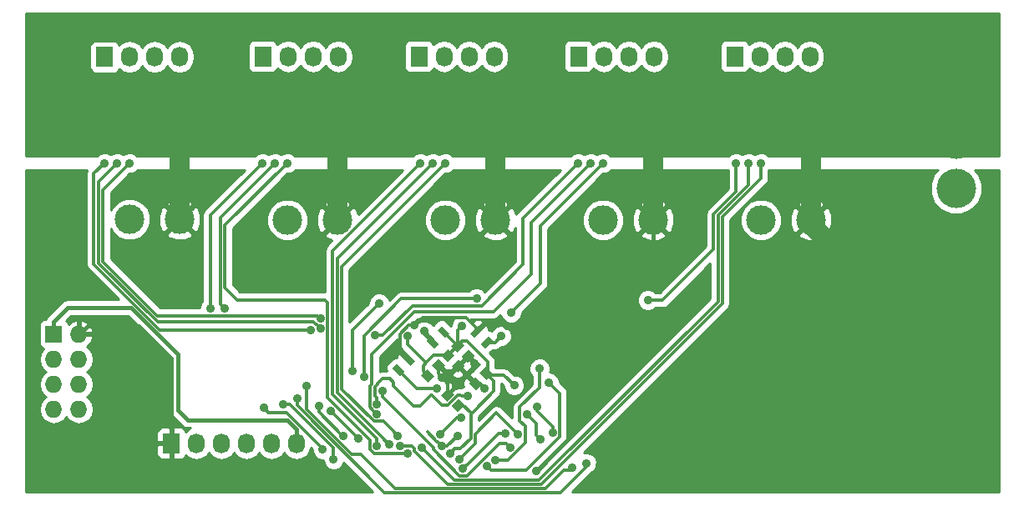
<source format=gbl>
%FSLAX46Y46*%
G04 Gerber Fmt 4.6, Leading zero omitted, Abs format (unit mm)*
G04 Created by KiCad (PCBNEW (2014-09-25 BZR 5147)-product) date fre 14 nov 2014 02:42:05*
%MOMM*%
G01*
G04 APERTURE LIST*
%ADD10C,0.100000*%
%ADD11C,2.999740*%
%ADD12R,1.727200X2.032000*%
%ADD13O,1.727200X2.032000*%
%ADD14R,1.727200X1.727200*%
%ADD15O,1.727200X1.727200*%
%ADD16C,4.000000*%
%ADD17C,0.889000*%
%ADD18C,2.000000*%
%ADD19C,0.300000*%
%ADD20C,0.400000*%
%ADD21C,0.254000*%
G04 APERTURE END LIST*
D10*
G36*
X142140092Y-94432448D02*
X141432448Y-95140092D01*
X140796646Y-94504290D01*
X141504290Y-93796646D01*
X142140092Y-94432448D01*
X142140092Y-94432448D01*
G37*
G36*
X143203354Y-95495710D02*
X142495710Y-96203354D01*
X141859908Y-95567552D01*
X142567552Y-94859908D01*
X143203354Y-95495710D01*
X143203354Y-95495710D01*
G37*
G36*
X145367552Y-96940092D02*
X144659908Y-96232448D01*
X145295710Y-95596646D01*
X146003354Y-96304290D01*
X145367552Y-96940092D01*
X145367552Y-96940092D01*
G37*
G36*
X144304290Y-98003354D02*
X143596646Y-97295710D01*
X144232448Y-96659908D01*
X144940092Y-97367552D01*
X144304290Y-98003354D01*
X144304290Y-98003354D01*
G37*
G36*
X141859908Y-99567552D02*
X142567552Y-98859908D01*
X143203354Y-99495710D01*
X142495710Y-100203354D01*
X141859908Y-99567552D01*
X141859908Y-99567552D01*
G37*
G36*
X140796646Y-98504290D02*
X141504290Y-97796646D01*
X142140092Y-98432448D01*
X141432448Y-99140092D01*
X140796646Y-98504290D01*
X140796646Y-98504290D01*
G37*
G36*
X143140092Y-93432448D02*
X142432448Y-94140092D01*
X141796646Y-93504290D01*
X142504290Y-92796646D01*
X143140092Y-93432448D01*
X143140092Y-93432448D01*
G37*
G36*
X144203354Y-94495710D02*
X143495710Y-95203354D01*
X142859908Y-94567552D01*
X143567552Y-93859908D01*
X144203354Y-94495710D01*
X144203354Y-94495710D01*
G37*
G36*
X139432448Y-95859908D02*
X140140092Y-96567552D01*
X139504290Y-97203354D01*
X138796646Y-96495710D01*
X139432448Y-95859908D01*
X139432448Y-95859908D01*
G37*
G36*
X140495710Y-94796646D02*
X141203354Y-95504290D01*
X140567552Y-96140092D01*
X139859908Y-95432448D01*
X140495710Y-94796646D01*
X140495710Y-94796646D01*
G37*
D11*
X114300000Y-80645000D03*
X109220000Y-80645000D03*
X130300000Y-80700000D03*
X125220000Y-80700000D03*
X146300000Y-80700000D03*
X141220000Y-80700000D03*
X162300000Y-80700000D03*
X157220000Y-80700000D03*
X178300000Y-80700000D03*
X173220000Y-80700000D03*
D12*
X113450000Y-103400000D03*
D13*
X115990000Y-103400000D03*
X118530000Y-103400000D03*
X121070000Y-103400000D03*
X123610000Y-103400000D03*
X126150000Y-103400000D03*
D14*
X101530000Y-92290000D03*
D15*
X104070000Y-92290000D03*
X101530000Y-94830000D03*
X104070000Y-94830000D03*
X101530000Y-97370000D03*
X104070000Y-97370000D03*
X101530000Y-99910000D03*
X104070000Y-99910000D03*
D12*
X106680000Y-64135000D03*
D13*
X109220000Y-64135000D03*
X111760000Y-64135000D03*
X114300000Y-64135000D03*
D12*
X122750000Y-64100000D03*
D13*
X125290000Y-64100000D03*
X127830000Y-64100000D03*
X130370000Y-64100000D03*
D12*
X138550000Y-64100000D03*
D13*
X141090000Y-64100000D03*
X143630000Y-64100000D03*
X146170000Y-64100000D03*
D12*
X154750000Y-64100000D03*
D13*
X157290000Y-64100000D03*
X159830000Y-64100000D03*
X162370000Y-64100000D03*
D12*
X170550000Y-64100000D03*
D13*
X173090000Y-64100000D03*
X175630000Y-64100000D03*
X178170000Y-64100000D03*
D10*
G36*
X140859210Y-91432567D02*
X141667433Y-92240790D01*
X141218420Y-92689803D01*
X140410197Y-91881580D01*
X140859210Y-91432567D01*
X140859210Y-91432567D01*
G37*
G36*
X139781580Y-92510197D02*
X140589803Y-93318420D01*
X140140790Y-93767433D01*
X139332567Y-92959210D01*
X139781580Y-92510197D01*
X139781580Y-92510197D01*
G37*
G36*
X146067433Y-92959210D02*
X145259210Y-93767433D01*
X144810197Y-93318420D01*
X145618420Y-92510197D01*
X146067433Y-92959210D01*
X146067433Y-92959210D01*
G37*
G36*
X144989803Y-91881580D02*
X144181580Y-92689803D01*
X143732567Y-92240790D01*
X144540790Y-91432567D01*
X144989803Y-91881580D01*
X144989803Y-91881580D01*
G37*
G36*
X136640790Y-96567433D02*
X135832567Y-95759210D01*
X136281580Y-95310197D01*
X137089803Y-96118420D01*
X136640790Y-96567433D01*
X136640790Y-96567433D01*
G37*
G36*
X137718420Y-95489803D02*
X136910197Y-94681580D01*
X137359210Y-94232567D01*
X138167433Y-95040790D01*
X137718420Y-95489803D01*
X137718420Y-95489803D01*
G37*
D16*
X193000000Y-72500000D03*
X193000000Y-77500000D03*
D17*
X109220000Y-67945000D03*
X113665000Y-67945000D03*
X118110000Y-67945000D03*
X118110000Y-69215000D03*
X118110000Y-70485000D03*
X113665000Y-69215000D03*
X113665000Y-70485000D03*
X109220000Y-69215000D03*
X109220000Y-70485000D03*
X173220000Y-70485000D03*
X173220000Y-69215000D03*
X177665000Y-70485000D03*
X177665000Y-69215000D03*
X182110000Y-70485000D03*
X182110000Y-69215000D03*
X182110000Y-67945000D03*
X177665000Y-67945000D03*
X173220000Y-67945000D03*
X157220000Y-67945000D03*
X161665000Y-67945000D03*
X166110000Y-67945000D03*
X166110000Y-69215000D03*
X166110000Y-70485000D03*
X161665000Y-69215000D03*
X161665000Y-70485000D03*
X157220000Y-69215000D03*
X157220000Y-70485000D03*
X125220000Y-70485000D03*
X125220000Y-69215000D03*
X129665000Y-70485000D03*
X129665000Y-69215000D03*
X134110000Y-70485000D03*
X134110000Y-69215000D03*
X134110000Y-67945000D03*
X129665000Y-67945000D03*
X125220000Y-67945000D03*
X141220000Y-67945000D03*
X145665000Y-67945000D03*
X150110000Y-67945000D03*
X150110000Y-69215000D03*
X150110000Y-70485000D03*
X145665000Y-69215000D03*
X145665000Y-70485000D03*
X141220000Y-69215000D03*
X141220000Y-70485000D03*
X140900000Y-96700000D03*
X142300000Y-97600000D03*
X145200000Y-97800000D03*
X144200000Y-95300000D03*
X138100000Y-91400000D03*
X186400000Y-89300000D03*
X150400000Y-106200000D03*
X141692790Y-104394593D03*
X148200000Y-97500000D03*
X142900000Y-91500000D03*
X137400000Y-92500000D03*
X139100000Y-92000000D03*
X131800000Y-96000000D03*
X134500000Y-89200000D03*
X146900000Y-92500000D03*
X133000000Y-96600000D03*
X144400000Y-88685490D03*
X147300000Y-102400000D03*
X143016816Y-105985442D03*
X148600000Y-102500000D03*
X142618045Y-105037085D03*
X129600000Y-100085490D03*
X132400000Y-102900000D03*
X128400000Y-99600000D03*
X130900000Y-102600000D03*
X127200000Y-97600000D03*
X154100000Y-105900000D03*
X150900000Y-103000000D03*
X149500000Y-100400000D03*
X126200000Y-98800000D03*
X155500000Y-105400000D03*
X152100000Y-102300000D03*
X150500000Y-99700000D03*
X142800000Y-100800000D03*
X124800000Y-99400000D03*
X129900000Y-105000000D03*
X140700000Y-102500000D03*
X146300000Y-105100000D03*
X150800000Y-95800000D03*
X122800000Y-99800000D03*
X128800000Y-104000000D03*
X140900000Y-103700000D03*
X142500000Y-102600000D03*
X145445825Y-105664645D03*
X151700000Y-97200000D03*
X106680000Y-74930000D03*
X127588544Y-91864655D03*
X143494758Y-98594758D03*
X128585480Y-91709013D03*
X107950000Y-74930000D03*
X134300000Y-99400000D03*
X109220000Y-74930000D03*
X128585480Y-90700000D03*
X134900000Y-98100000D03*
X147800000Y-103800000D03*
X122680000Y-74930000D03*
X117400000Y-89700000D03*
X123950000Y-74930000D03*
X118900000Y-89700000D03*
X125220000Y-74930000D03*
X137438554Y-104446277D03*
X138680000Y-74930000D03*
X134300840Y-103657839D03*
X139950000Y-74930000D03*
X135500000Y-103500000D03*
X141220000Y-74930000D03*
X136400000Y-102600000D03*
X154680000Y-74930000D03*
X134100000Y-92400000D03*
X155950000Y-74930000D03*
X134297762Y-100427047D03*
X157220000Y-74930000D03*
X147900000Y-90100000D03*
X170680000Y-74930000D03*
X161744758Y-88844758D03*
X171950000Y-74930000D03*
X138800000Y-103800000D03*
X173220000Y-74930000D03*
X136600000Y-103700000D03*
X140400000Y-97800000D03*
D18*
X114300000Y-80645000D02*
X114300000Y-73025000D01*
X178300000Y-80645000D02*
X178300000Y-73025000D01*
X162300000Y-80645000D02*
X162300000Y-73025000D01*
X130300000Y-80645000D02*
X130300000Y-73025000D01*
X146300000Y-80645000D02*
X146300000Y-73025000D01*
D19*
X142531631Y-95531631D02*
X143531631Y-94531631D01*
X142063262Y-96000000D02*
X142531631Y-95531631D01*
X141000000Y-96000000D02*
X142063262Y-96000000D01*
X140531631Y-95531631D02*
X141000000Y-96000000D01*
X140531631Y-95468369D02*
X140531631Y-95531631D01*
X142531631Y-95594893D02*
X144468369Y-97531631D01*
X142531631Y-95531631D02*
X142531631Y-95594893D01*
X141468369Y-96594893D02*
X142531631Y-95531631D01*
X141468369Y-98468369D02*
X141468369Y-96594893D01*
X140531631Y-96331631D02*
X140900000Y-96700000D01*
X140531631Y-95468369D02*
X140531631Y-96331631D01*
X141468369Y-98431631D02*
X141468369Y-98468369D01*
X142300000Y-97600000D02*
X141468369Y-98431631D01*
X144731631Y-97331631D02*
X145200000Y-97800000D01*
X144268369Y-97331631D02*
X144731631Y-97331631D01*
X143531631Y-94631631D02*
X144200000Y-95300000D01*
X143531631Y-94531631D02*
X143531631Y-94631631D01*
X137177630Y-94500000D02*
X137538815Y-94861185D01*
X136900000Y-94500000D02*
X137177630Y-94500000D01*
X136600000Y-94200000D02*
X136900000Y-94500000D01*
X136600000Y-92271383D02*
X136600000Y-94200000D01*
X137471383Y-91400000D02*
X136600000Y-92271383D01*
X138100000Y-91400000D02*
X137471383Y-91400000D01*
X144361185Y-91612173D02*
X143349012Y-90600000D01*
X144361185Y-92061185D02*
X144361185Y-91612173D01*
X138900000Y-90600000D02*
X138100000Y-91400000D01*
X143349012Y-90600000D02*
X138900000Y-90600000D01*
D18*
X178300000Y-81200000D02*
X178300000Y-80700000D01*
X186400000Y-89300000D02*
X178300000Y-81200000D01*
D20*
X145322370Y-91100000D02*
X144361185Y-92061185D01*
X146900000Y-91100000D02*
X145322370Y-91100000D01*
X147400000Y-91600000D02*
X146900000Y-91100000D01*
X153900000Y-91600000D02*
X147400000Y-91600000D01*
X162300000Y-83200000D02*
X153900000Y-91600000D01*
X162300000Y-80700000D02*
X162300000Y-83200000D01*
X113450000Y-94750000D02*
X113450000Y-103400000D01*
X110126401Y-91426401D02*
X113450000Y-94750000D01*
X104933599Y-91426401D02*
X110126401Y-91426401D01*
X104070000Y-92290000D02*
X104933599Y-91426401D01*
X153900000Y-91600000D02*
X153900000Y-102700000D01*
X153900000Y-102700000D02*
X150844499Y-105755501D01*
X150844499Y-105755501D02*
X150400000Y-106200000D01*
D19*
X143800000Y-100400000D02*
X143800000Y-100300000D01*
X143800000Y-100300000D02*
X143031631Y-99531631D01*
X143031631Y-99531631D02*
X142531631Y-99531631D01*
X143800000Y-100445488D02*
X143800000Y-100400000D01*
X145531631Y-96468369D02*
X146100000Y-97036738D01*
X146100000Y-98100000D02*
X144218790Y-99981210D01*
X146100000Y-97036738D02*
X146100000Y-98100000D01*
X143800000Y-102900000D02*
X142749906Y-103950094D01*
X142749906Y-103950094D02*
X142137289Y-103950094D01*
X142137289Y-103950094D02*
X141692790Y-104394593D01*
X143800000Y-100445488D02*
X143800000Y-102900000D01*
X143800000Y-100400000D02*
X144218790Y-99981210D01*
X142468369Y-93468369D02*
X141468369Y-94468369D01*
X145531631Y-95131631D02*
X145531631Y-96468369D01*
X143400000Y-93000000D02*
X145531631Y-95131631D01*
X142936738Y-93000000D02*
X143400000Y-93000000D01*
X142468369Y-93468369D02*
X142936738Y-93000000D01*
X139000000Y-96063262D02*
X139468369Y-96531631D01*
X139000000Y-95500000D02*
X139000000Y-96063262D01*
X139300000Y-95200000D02*
X139000000Y-95500000D01*
X140031631Y-94468369D02*
X139300000Y-95200000D01*
X141468369Y-94468369D02*
X140031631Y-94468369D01*
X147168369Y-96468369D02*
X148200000Y-97500000D01*
X145531631Y-96468369D02*
X147168369Y-96468369D01*
X142468369Y-91931631D02*
X142900000Y-91500000D01*
X142468369Y-93468369D02*
X142468369Y-91931631D01*
X141061185Y-92061185D02*
X142468369Y-93468369D01*
X141038815Y-92061185D02*
X141061185Y-92061185D01*
X137400000Y-93128617D02*
X137400000Y-92500000D01*
X139300000Y-95200000D02*
X137400000Y-93300000D01*
X137400000Y-93300000D02*
X137400000Y-93128617D01*
D20*
X101530000Y-91026400D02*
X101530000Y-92290000D01*
X109347341Y-89600000D02*
X102956400Y-89600000D01*
X114100000Y-100000000D02*
X114100000Y-94352659D01*
X114100000Y-94352659D02*
X109347341Y-89600000D01*
X115100000Y-101000000D02*
X114100000Y-100000000D01*
X125200000Y-101000000D02*
X115100000Y-101000000D01*
X102956400Y-89600000D02*
X101530000Y-91026400D01*
X126143609Y-101943609D02*
X125200000Y-101000000D01*
X126150000Y-101943609D02*
X126143609Y-101943609D01*
X126150000Y-103400000D02*
X126150000Y-101943609D01*
D19*
X139961185Y-92961185D02*
X139961185Y-92861185D01*
X139544499Y-92444499D02*
X139100000Y-92000000D01*
X139961185Y-93138815D02*
X139100000Y-92277630D01*
X139961185Y-92861185D02*
X139544499Y-92444499D01*
X139100000Y-92277630D02*
X139100000Y-92000000D01*
X131800000Y-91900000D02*
X134500000Y-89200000D01*
X131800000Y-96000000D02*
X131800000Y-91900000D01*
X146261185Y-93138815D02*
X146900000Y-92500000D01*
X145438815Y-93138815D02*
X146261185Y-93138815D01*
X136757048Y-88685490D02*
X144400000Y-88685490D01*
X133000000Y-92442538D02*
X136757048Y-88685490D01*
X133000000Y-96600000D02*
X133000000Y-92442538D01*
X121070000Y-103400000D02*
X121070000Y-103552400D01*
X146602258Y-102400000D02*
X143461315Y-105540943D01*
X143461315Y-105540943D02*
X143016816Y-105985442D01*
X147300000Y-102400000D02*
X146602258Y-102400000D01*
X123610000Y-103400000D02*
X123610000Y-103552400D01*
X146400000Y-100300000D02*
X146393982Y-100300000D01*
X146393982Y-100300000D02*
X144220010Y-102473972D01*
X144220010Y-102473972D02*
X144220010Y-103435120D01*
X148600000Y-102500000D02*
X146400000Y-100300000D01*
X144220010Y-103435120D02*
X143062544Y-104592586D01*
X143062544Y-104592586D02*
X142618045Y-105037085D01*
X130044499Y-100544499D02*
X132400000Y-102900000D01*
X130044499Y-100529989D02*
X130044499Y-100544499D01*
X129600000Y-100085490D02*
X130044499Y-100529989D01*
X130771383Y-102600000D02*
X130900000Y-102600000D01*
X128400000Y-100228617D02*
X130771383Y-102600000D01*
X128400000Y-99600000D02*
X128400000Y-100228617D01*
X151340027Y-107959973D02*
X153200000Y-106100000D01*
X136159973Y-107959973D02*
X151340027Y-107959973D01*
X132700000Y-104500000D02*
X136159973Y-107959973D01*
X131742538Y-104500000D02*
X132700000Y-104500000D01*
X127200000Y-99957462D02*
X131742538Y-104500000D01*
X127200000Y-97600000D02*
X127200000Y-99957462D01*
X153900000Y-106100000D02*
X154100000Y-105900000D01*
X153200000Y-106100000D02*
X153900000Y-106100000D01*
X150455501Y-101355501D02*
X149500000Y-100400000D01*
X150455501Y-102555501D02*
X150455501Y-101355501D01*
X150900000Y-103000000D02*
X150455501Y-102555501D01*
X135028539Y-108379983D02*
X151820017Y-108379983D01*
X126200000Y-99551444D02*
X135028539Y-108379983D01*
X126200000Y-98800000D02*
X126200000Y-99551444D01*
X155500000Y-105800000D02*
X155500000Y-105400000D01*
X152920017Y-108379983D02*
X155500000Y-105800000D01*
X151820017Y-108379983D02*
X152920017Y-108379983D01*
X150500000Y-100071383D02*
X150500000Y-99700000D01*
X152100000Y-101671383D02*
X150500000Y-100071383D01*
X152100000Y-102300000D02*
X152100000Y-101671383D01*
X140700000Y-102500000D02*
X142400000Y-100800000D01*
X142400000Y-100800000D02*
X142800000Y-100800000D01*
X129900000Y-103845426D02*
X129900000Y-105000000D01*
X125454574Y-99400000D02*
X129900000Y-103845426D01*
X124800000Y-99400000D02*
X125454574Y-99400000D01*
X149314501Y-103342961D02*
X149314501Y-101614501D01*
X147557462Y-105100000D02*
X149314501Y-103342961D01*
X146300000Y-105100000D02*
X147557462Y-105100000D01*
X148785499Y-101085499D02*
X148785499Y-99714501D01*
X149314501Y-101614501D02*
X148785499Y-101085499D01*
X150800000Y-97700000D02*
X150800000Y-95800000D01*
X148785499Y-99714501D02*
X150800000Y-97700000D01*
X128800000Y-103928915D02*
X128800000Y-104000000D01*
X125115584Y-100244499D02*
X128800000Y-103928915D01*
X123244499Y-100244499D02*
X125115584Y-100244499D01*
X122800000Y-99800000D02*
X123244499Y-100244499D01*
X140398039Y-103255501D02*
X139400000Y-102257462D01*
X140455501Y-103255501D02*
X140398039Y-103255501D01*
X140900000Y-103700000D02*
X140455501Y-103255501D01*
X141400000Y-103700000D02*
X142500000Y-102600000D01*
X140900000Y-103700000D02*
X141400000Y-103700000D01*
X145890324Y-106109144D02*
X149390856Y-106109144D01*
X145445825Y-105664645D02*
X145890324Y-106109144D01*
X152814501Y-98314501D02*
X151700000Y-97200000D01*
X152814501Y-102685499D02*
X152814501Y-98314501D01*
X149390856Y-106109144D02*
X152814501Y-102685499D01*
X106680000Y-74930000D02*
X105600000Y-76010000D01*
X112276690Y-91864655D02*
X126959927Y-91864655D01*
X105600000Y-85187965D02*
X112276690Y-91864655D01*
X105600000Y-76010000D02*
X105600000Y-85187965D01*
X126959927Y-91864655D02*
X127588544Y-91864655D01*
X134385499Y-97314501D02*
X134900000Y-96800000D01*
X134900000Y-96800000D02*
X135600000Y-96800000D01*
X135600000Y-96800000D02*
X136000000Y-97200000D01*
X136000000Y-97200000D02*
X136000000Y-97600000D01*
X138700000Y-99600000D02*
X139800000Y-98500000D01*
X139800000Y-98500000D02*
X139900000Y-98500000D01*
X136000000Y-97600000D02*
X138000000Y-99600000D01*
X142771383Y-98500000D02*
X142866141Y-98594758D01*
X138000000Y-99600000D02*
X138700000Y-99600000D01*
X139900000Y-98500000D02*
X140900000Y-99500000D01*
X140900000Y-99500000D02*
X141501719Y-99500000D01*
X142501719Y-98500000D02*
X142771383Y-98500000D01*
X141501719Y-99500000D02*
X142501719Y-98500000D01*
X142866141Y-98594758D02*
X143494758Y-98594758D01*
X128140981Y-91264514D02*
X128585480Y-91709013D01*
X107950000Y-74930000D02*
X106100000Y-76780000D01*
X112048978Y-91042961D02*
X127870979Y-91042961D01*
X128092532Y-91264514D02*
X128140981Y-91264514D01*
X106100000Y-76780000D02*
X106100000Y-85093983D01*
X127870979Y-91042961D02*
X128092532Y-91264514D01*
X106100000Y-85093983D02*
X112048978Y-91042961D01*
X134385491Y-97314501D02*
X134385499Y-97314501D01*
X134385499Y-97314501D02*
X134385491Y-97314501D01*
X134385499Y-97357039D02*
X134085499Y-97657039D01*
X134300000Y-98771383D02*
X134300000Y-99400000D01*
X134085499Y-98556882D02*
X134300000Y-98771383D01*
X134385499Y-97314501D02*
X134385499Y-97357039D01*
X134085499Y-97657039D02*
X134085499Y-98556882D01*
X109220000Y-74930000D02*
X106520010Y-77629990D01*
X106520010Y-77629990D02*
X106520010Y-84920010D01*
X128299981Y-90414501D02*
X128585480Y-90700000D01*
X112014501Y-90414501D02*
X128299981Y-90414501D01*
X106520010Y-84920010D02*
X112014501Y-90414501D01*
X147400000Y-103400000D02*
X147800000Y-103800000D01*
X146700000Y-103400000D02*
X147400000Y-103400000D01*
X143400057Y-106699943D02*
X146700000Y-103400000D01*
X142673855Y-106699943D02*
X143400057Y-106699943D01*
X140000000Y-103800000D02*
X140000000Y-104026088D01*
X140000000Y-104026088D02*
X142673855Y-106699943D01*
X134900000Y-98700000D02*
X140000000Y-103800000D01*
X134900000Y-98100000D02*
X134900000Y-98700000D01*
X122680000Y-74930000D02*
X117400000Y-80210000D01*
X117400000Y-89071383D02*
X117400000Y-89700000D01*
X117400000Y-80210000D02*
X117400000Y-89071383D01*
X118455501Y-80424499D02*
X118455501Y-89255501D01*
X123950000Y-74930000D02*
X118455501Y-80424499D01*
X118455501Y-89255501D02*
X118900000Y-89700000D01*
X118900000Y-87600000D02*
X120100000Y-88800000D01*
X133586339Y-103043801D02*
X133586339Y-104000800D01*
X134031816Y-104446277D02*
X136809937Y-104446277D01*
X120100000Y-88800000D02*
X128987797Y-88800000D01*
X136809937Y-104446277D02*
X137438554Y-104446277D01*
X133586339Y-104000800D02*
X134031816Y-104446277D01*
X129300000Y-89112203D02*
X129300000Y-98757462D01*
X125220000Y-74930000D02*
X118900000Y-81250000D01*
X118900000Y-81250000D02*
X118900000Y-87600000D01*
X128987797Y-88800000D02*
X129300000Y-89112203D01*
X129300000Y-98757462D02*
X133586339Y-103043801D01*
X129800000Y-98371383D02*
X134300840Y-102872223D01*
X134300840Y-102872223D02*
X134300840Y-103029222D01*
X129800000Y-83810000D02*
X129800000Y-98371383D01*
X134300840Y-103029222D02*
X134300840Y-103657839D01*
X138680000Y-74930000D02*
X129800000Y-83810000D01*
X135055501Y-103055501D02*
X135500000Y-103500000D01*
X139950000Y-74930000D02*
X130300000Y-84580000D01*
X130300000Y-84580000D02*
X130300000Y-98200000D01*
X130300000Y-98200000D02*
X135055501Y-102955501D01*
X135055501Y-102955501D02*
X135055501Y-103055501D01*
X135955501Y-102155501D02*
X136400000Y-102600000D01*
X133984086Y-101141548D02*
X134941548Y-101141548D01*
X130720010Y-97877472D02*
X133984086Y-101141548D01*
X141220000Y-74930000D02*
X130720010Y-85429990D01*
X130720010Y-85429990D02*
X130720010Y-97877472D01*
X134941548Y-101141548D02*
X135955501Y-102155501D01*
X134900000Y-92400000D02*
X134100000Y-92400000D01*
X137900000Y-89400000D02*
X134900000Y-92400000D01*
X144900000Y-89400000D02*
X137900000Y-89400000D01*
X149067517Y-85232483D02*
X144900000Y-89400000D01*
X149067517Y-80542483D02*
X149067517Y-85232483D01*
X154680000Y-74930000D02*
X149067517Y-80542483D01*
X133785499Y-94314501D02*
X133785499Y-97363056D01*
X146100000Y-90000000D02*
X138100000Y-90000000D01*
X149920480Y-86179520D02*
X146100000Y-90000000D01*
X133585499Y-97563056D02*
X133585499Y-99714784D01*
X133585499Y-99714784D02*
X133853263Y-99982548D01*
X149920480Y-80959520D02*
X149920480Y-86179520D01*
X133853263Y-99982548D02*
X134297762Y-100427047D01*
X155950000Y-74930000D02*
X149920480Y-80959520D01*
X133785499Y-97363056D02*
X133585499Y-97563056D01*
X138100000Y-90000000D02*
X133785499Y-94314501D01*
X157220000Y-74930000D02*
X150870000Y-81280000D01*
X150870000Y-81280000D02*
X150870000Y-87130000D01*
X150870000Y-87130000D02*
X148344499Y-89655501D01*
X148344499Y-89655501D02*
X147900000Y-90100000D01*
X163255242Y-88844758D02*
X161744758Y-88844758D01*
X168400000Y-80100000D02*
X168400000Y-83700000D01*
X170680000Y-77820000D02*
X168400000Y-80100000D01*
X168400000Y-83700000D02*
X163255242Y-88844758D01*
X170680000Y-74930000D02*
X170680000Y-77820000D01*
X150737509Y-107119953D02*
X142119953Y-107119953D01*
X171950000Y-74930000D02*
X171950000Y-77143982D01*
X139244499Y-104244499D02*
X138800000Y-103800000D01*
X171950000Y-77143982D02*
X168865092Y-80228890D01*
X168865092Y-88992370D02*
X150737509Y-107119953D01*
X168865092Y-80228890D02*
X168865092Y-88992370D01*
X142119953Y-107119953D02*
X139244499Y-104244499D01*
X138085499Y-103942961D02*
X137842538Y-103700000D01*
X169285102Y-80402862D02*
X169285102Y-89214898D01*
X138085499Y-104142961D02*
X138085499Y-103942961D01*
X169285102Y-89214898D02*
X150960037Y-107539963D01*
X137228617Y-103700000D02*
X136600000Y-103700000D01*
X137842538Y-103700000D02*
X137228617Y-103700000D01*
X150960037Y-107539963D02*
X141482501Y-107539963D01*
X173220000Y-74930000D02*
X173220000Y-76467964D01*
X141482501Y-107539963D02*
X138085499Y-104142961D01*
X173220000Y-76467964D02*
X169285102Y-80402862D01*
X139771383Y-97800000D02*
X140400000Y-97800000D01*
X136461185Y-95938815D02*
X138322370Y-97800000D01*
X138322370Y-97800000D02*
X139771383Y-97800000D01*
D21*
G36*
X197315000Y-74168000D02*
X179668600Y-74168000D01*
X179668600Y-64284745D01*
X179668600Y-63915255D01*
X179554526Y-63341766D01*
X179229670Y-62855585D01*
X178743489Y-62530729D01*
X178170000Y-62416655D01*
X177596511Y-62530729D01*
X177110330Y-62855585D01*
X176900000Y-63170365D01*
X176689670Y-62855585D01*
X176203489Y-62530729D01*
X175630000Y-62416655D01*
X175056511Y-62530729D01*
X174570330Y-62855585D01*
X174360000Y-63170365D01*
X174149670Y-62855585D01*
X173663489Y-62530729D01*
X173090000Y-62416655D01*
X172516511Y-62530729D01*
X172030330Y-62855585D01*
X172015499Y-62877780D01*
X171951927Y-62724302D01*
X171773299Y-62545673D01*
X171539910Y-62449000D01*
X171287291Y-62449000D01*
X169560091Y-62449000D01*
X169326702Y-62545673D01*
X169148073Y-62724301D01*
X169051400Y-62957690D01*
X169051400Y-63210309D01*
X169051400Y-65242309D01*
X169148073Y-65475698D01*
X169326701Y-65654327D01*
X169560090Y-65751000D01*
X169812709Y-65751000D01*
X171539909Y-65751000D01*
X171773298Y-65654327D01*
X171951927Y-65475699D01*
X172015500Y-65322220D01*
X172030330Y-65344415D01*
X172516511Y-65669271D01*
X173090000Y-65783345D01*
X173663489Y-65669271D01*
X174149670Y-65344415D01*
X174360000Y-65029634D01*
X174570330Y-65344415D01*
X175056511Y-65669271D01*
X175630000Y-65783345D01*
X176203489Y-65669271D01*
X176689670Y-65344415D01*
X176900000Y-65029634D01*
X177110330Y-65344415D01*
X177596511Y-65669271D01*
X178170000Y-65783345D01*
X178743489Y-65669271D01*
X179229670Y-65344415D01*
X179554526Y-64858234D01*
X179668600Y-64284745D01*
X179668600Y-74168000D01*
X173984641Y-74168000D01*
X173832286Y-74015378D01*
X173435668Y-73850687D01*
X173006216Y-73850313D01*
X172609311Y-74014311D01*
X172585223Y-74038356D01*
X172562286Y-74015378D01*
X172165668Y-73850687D01*
X171736216Y-73850313D01*
X171339311Y-74014311D01*
X171315223Y-74038356D01*
X171292286Y-74015378D01*
X170895668Y-73850687D01*
X170466216Y-73850313D01*
X170069311Y-74014311D01*
X169915353Y-74168000D01*
X163868600Y-74168000D01*
X163868600Y-64284745D01*
X163868600Y-63915255D01*
X163754526Y-63341766D01*
X163429670Y-62855585D01*
X162943489Y-62530729D01*
X162370000Y-62416655D01*
X161796511Y-62530729D01*
X161310330Y-62855585D01*
X161100000Y-63170365D01*
X160889670Y-62855585D01*
X160403489Y-62530729D01*
X159830000Y-62416655D01*
X159256511Y-62530729D01*
X158770330Y-62855585D01*
X158560000Y-63170365D01*
X158349670Y-62855585D01*
X157863489Y-62530729D01*
X157290000Y-62416655D01*
X156716511Y-62530729D01*
X156230330Y-62855585D01*
X156215499Y-62877780D01*
X156151927Y-62724302D01*
X155973299Y-62545673D01*
X155739910Y-62449000D01*
X155487291Y-62449000D01*
X153760091Y-62449000D01*
X153526702Y-62545673D01*
X153348073Y-62724301D01*
X153251400Y-62957690D01*
X153251400Y-63210309D01*
X153251400Y-65242309D01*
X153348073Y-65475698D01*
X153526701Y-65654327D01*
X153760090Y-65751000D01*
X154012709Y-65751000D01*
X155739909Y-65751000D01*
X155973298Y-65654327D01*
X156151927Y-65475699D01*
X156215500Y-65322220D01*
X156230330Y-65344415D01*
X156716511Y-65669271D01*
X157290000Y-65783345D01*
X157863489Y-65669271D01*
X158349670Y-65344415D01*
X158560000Y-65029634D01*
X158770330Y-65344415D01*
X159256511Y-65669271D01*
X159830000Y-65783345D01*
X160403489Y-65669271D01*
X160889670Y-65344415D01*
X161100000Y-65029634D01*
X161310330Y-65344415D01*
X161796511Y-65669271D01*
X162370000Y-65783345D01*
X162943489Y-65669271D01*
X163429670Y-65344415D01*
X163754526Y-64858234D01*
X163868600Y-64284745D01*
X163868600Y-74168000D01*
X157984641Y-74168000D01*
X157832286Y-74015378D01*
X157435668Y-73850687D01*
X157006216Y-73850313D01*
X156609311Y-74014311D01*
X156585223Y-74038356D01*
X156562286Y-74015378D01*
X156165668Y-73850687D01*
X155736216Y-73850313D01*
X155339311Y-74014311D01*
X155315223Y-74038356D01*
X155292286Y-74015378D01*
X154895668Y-73850687D01*
X154466216Y-73850313D01*
X154069311Y-74014311D01*
X153915353Y-74168000D01*
X147668600Y-74168000D01*
X147668600Y-64284745D01*
X147668600Y-63915255D01*
X147554526Y-63341766D01*
X147229670Y-62855585D01*
X146743489Y-62530729D01*
X146170000Y-62416655D01*
X145596511Y-62530729D01*
X145110330Y-62855585D01*
X144900000Y-63170365D01*
X144689670Y-62855585D01*
X144203489Y-62530729D01*
X143630000Y-62416655D01*
X143056511Y-62530729D01*
X142570330Y-62855585D01*
X142360000Y-63170365D01*
X142149670Y-62855585D01*
X141663489Y-62530729D01*
X141090000Y-62416655D01*
X140516511Y-62530729D01*
X140030330Y-62855585D01*
X140015499Y-62877780D01*
X139951927Y-62724302D01*
X139773299Y-62545673D01*
X139539910Y-62449000D01*
X139287291Y-62449000D01*
X137560091Y-62449000D01*
X137326702Y-62545673D01*
X137148073Y-62724301D01*
X137051400Y-62957690D01*
X137051400Y-63210309D01*
X137051400Y-65242309D01*
X137148073Y-65475698D01*
X137326701Y-65654327D01*
X137560090Y-65751000D01*
X137812709Y-65751000D01*
X139539909Y-65751000D01*
X139773298Y-65654327D01*
X139951927Y-65475699D01*
X140015500Y-65322220D01*
X140030330Y-65344415D01*
X140516511Y-65669271D01*
X141090000Y-65783345D01*
X141663489Y-65669271D01*
X142149670Y-65344415D01*
X142360000Y-65029634D01*
X142570330Y-65344415D01*
X143056511Y-65669271D01*
X143630000Y-65783345D01*
X144203489Y-65669271D01*
X144689670Y-65344415D01*
X144900000Y-65029634D01*
X145110330Y-65344415D01*
X145596511Y-65669271D01*
X146170000Y-65783345D01*
X146743489Y-65669271D01*
X147229670Y-65344415D01*
X147554526Y-64858234D01*
X147668600Y-64284745D01*
X147668600Y-74168000D01*
X141984641Y-74168000D01*
X141832286Y-74015378D01*
X141435668Y-73850687D01*
X141006216Y-73850313D01*
X140609311Y-74014311D01*
X140585223Y-74038356D01*
X140562286Y-74015378D01*
X140165668Y-73850687D01*
X139736216Y-73850313D01*
X139339311Y-74014311D01*
X139315223Y-74038356D01*
X139292286Y-74015378D01*
X138895668Y-73850687D01*
X138466216Y-73850313D01*
X138069311Y-74014311D01*
X137915353Y-74168000D01*
X131868600Y-74168000D01*
X131868600Y-64284745D01*
X131868600Y-63915255D01*
X131754526Y-63341766D01*
X131429670Y-62855585D01*
X130943489Y-62530729D01*
X130370000Y-62416655D01*
X129796511Y-62530729D01*
X129310330Y-62855585D01*
X129100000Y-63170365D01*
X128889670Y-62855585D01*
X128403489Y-62530729D01*
X127830000Y-62416655D01*
X127256511Y-62530729D01*
X126770330Y-62855585D01*
X126560000Y-63170365D01*
X126349670Y-62855585D01*
X125863489Y-62530729D01*
X125290000Y-62416655D01*
X124716511Y-62530729D01*
X124230330Y-62855585D01*
X124215499Y-62877780D01*
X124151927Y-62724302D01*
X123973299Y-62545673D01*
X123739910Y-62449000D01*
X123487291Y-62449000D01*
X121760091Y-62449000D01*
X121526702Y-62545673D01*
X121348073Y-62724301D01*
X121251400Y-62957690D01*
X121251400Y-63210309D01*
X121251400Y-65242309D01*
X121348073Y-65475698D01*
X121526701Y-65654327D01*
X121760090Y-65751000D01*
X122012709Y-65751000D01*
X123739909Y-65751000D01*
X123973298Y-65654327D01*
X124151927Y-65475699D01*
X124215500Y-65322220D01*
X124230330Y-65344415D01*
X124716511Y-65669271D01*
X125290000Y-65783345D01*
X125863489Y-65669271D01*
X126349670Y-65344415D01*
X126560000Y-65029634D01*
X126770330Y-65344415D01*
X127256511Y-65669271D01*
X127830000Y-65783345D01*
X128403489Y-65669271D01*
X128889670Y-65344415D01*
X129100000Y-65029634D01*
X129310330Y-65344415D01*
X129796511Y-65669271D01*
X130370000Y-65783345D01*
X130943489Y-65669271D01*
X131429670Y-65344415D01*
X131754526Y-64858234D01*
X131868600Y-64284745D01*
X131868600Y-74168000D01*
X125984641Y-74168000D01*
X125832286Y-74015378D01*
X125435668Y-73850687D01*
X125006216Y-73850313D01*
X124609311Y-74014311D01*
X124585223Y-74038356D01*
X124562286Y-74015378D01*
X124165668Y-73850687D01*
X123736216Y-73850313D01*
X123339311Y-74014311D01*
X123315223Y-74038356D01*
X123292286Y-74015378D01*
X122895668Y-73850687D01*
X122466216Y-73850313D01*
X122069311Y-74014311D01*
X121915353Y-74168000D01*
X115798600Y-74168000D01*
X115798600Y-64319745D01*
X115798600Y-63950255D01*
X115684526Y-63376766D01*
X115359670Y-62890585D01*
X114873489Y-62565729D01*
X114300000Y-62451655D01*
X113726511Y-62565729D01*
X113240330Y-62890585D01*
X113030000Y-63205365D01*
X112819670Y-62890585D01*
X112333489Y-62565729D01*
X111760000Y-62451655D01*
X111186511Y-62565729D01*
X110700330Y-62890585D01*
X110490000Y-63205365D01*
X110279670Y-62890585D01*
X109793489Y-62565729D01*
X109220000Y-62451655D01*
X108646511Y-62565729D01*
X108160330Y-62890585D01*
X108145499Y-62912780D01*
X108081927Y-62759302D01*
X107903299Y-62580673D01*
X107669910Y-62484000D01*
X107417291Y-62484000D01*
X105690091Y-62484000D01*
X105456702Y-62580673D01*
X105278073Y-62759301D01*
X105181400Y-62992690D01*
X105181400Y-63245309D01*
X105181400Y-65277309D01*
X105278073Y-65510698D01*
X105456701Y-65689327D01*
X105690090Y-65786000D01*
X105942709Y-65786000D01*
X107669909Y-65786000D01*
X107903298Y-65689327D01*
X108081927Y-65510699D01*
X108145500Y-65357220D01*
X108160330Y-65379415D01*
X108646511Y-65704271D01*
X109220000Y-65818345D01*
X109793489Y-65704271D01*
X110279670Y-65379415D01*
X110490000Y-65064634D01*
X110700330Y-65379415D01*
X111186511Y-65704271D01*
X111760000Y-65818345D01*
X112333489Y-65704271D01*
X112819670Y-65379415D01*
X113030000Y-65064634D01*
X113240330Y-65379415D01*
X113726511Y-65704271D01*
X114300000Y-65818345D01*
X114873489Y-65704271D01*
X115359670Y-65379415D01*
X115684526Y-64893234D01*
X115798600Y-64319745D01*
X115798600Y-74168000D01*
X109984641Y-74168000D01*
X109832286Y-74015378D01*
X109435668Y-73850687D01*
X109006216Y-73850313D01*
X108609311Y-74014311D01*
X108585223Y-74038356D01*
X108562286Y-74015378D01*
X108165668Y-73850687D01*
X107736216Y-73850313D01*
X107339311Y-74014311D01*
X107315223Y-74038356D01*
X107292286Y-74015378D01*
X106895668Y-73850687D01*
X106466216Y-73850313D01*
X106069311Y-74014311D01*
X105915353Y-74168000D01*
X98687000Y-74168000D01*
X98687000Y-59722000D01*
X197315000Y-59722000D01*
X197315000Y-74168000D01*
X197315000Y-74168000D01*
G37*
X197315000Y-74168000D02*
X179668600Y-74168000D01*
X179668600Y-64284745D01*
X179668600Y-63915255D01*
X179554526Y-63341766D01*
X179229670Y-62855585D01*
X178743489Y-62530729D01*
X178170000Y-62416655D01*
X177596511Y-62530729D01*
X177110330Y-62855585D01*
X176900000Y-63170365D01*
X176689670Y-62855585D01*
X176203489Y-62530729D01*
X175630000Y-62416655D01*
X175056511Y-62530729D01*
X174570330Y-62855585D01*
X174360000Y-63170365D01*
X174149670Y-62855585D01*
X173663489Y-62530729D01*
X173090000Y-62416655D01*
X172516511Y-62530729D01*
X172030330Y-62855585D01*
X172015499Y-62877780D01*
X171951927Y-62724302D01*
X171773299Y-62545673D01*
X171539910Y-62449000D01*
X171287291Y-62449000D01*
X169560091Y-62449000D01*
X169326702Y-62545673D01*
X169148073Y-62724301D01*
X169051400Y-62957690D01*
X169051400Y-63210309D01*
X169051400Y-65242309D01*
X169148073Y-65475698D01*
X169326701Y-65654327D01*
X169560090Y-65751000D01*
X169812709Y-65751000D01*
X171539909Y-65751000D01*
X171773298Y-65654327D01*
X171951927Y-65475699D01*
X172015500Y-65322220D01*
X172030330Y-65344415D01*
X172516511Y-65669271D01*
X173090000Y-65783345D01*
X173663489Y-65669271D01*
X174149670Y-65344415D01*
X174360000Y-65029634D01*
X174570330Y-65344415D01*
X175056511Y-65669271D01*
X175630000Y-65783345D01*
X176203489Y-65669271D01*
X176689670Y-65344415D01*
X176900000Y-65029634D01*
X177110330Y-65344415D01*
X177596511Y-65669271D01*
X178170000Y-65783345D01*
X178743489Y-65669271D01*
X179229670Y-65344415D01*
X179554526Y-64858234D01*
X179668600Y-64284745D01*
X179668600Y-74168000D01*
X173984641Y-74168000D01*
X173832286Y-74015378D01*
X173435668Y-73850687D01*
X173006216Y-73850313D01*
X172609311Y-74014311D01*
X172585223Y-74038356D01*
X172562286Y-74015378D01*
X172165668Y-73850687D01*
X171736216Y-73850313D01*
X171339311Y-74014311D01*
X171315223Y-74038356D01*
X171292286Y-74015378D01*
X170895668Y-73850687D01*
X170466216Y-73850313D01*
X170069311Y-74014311D01*
X169915353Y-74168000D01*
X163868600Y-74168000D01*
X163868600Y-64284745D01*
X163868600Y-63915255D01*
X163754526Y-63341766D01*
X163429670Y-62855585D01*
X162943489Y-62530729D01*
X162370000Y-62416655D01*
X161796511Y-62530729D01*
X161310330Y-62855585D01*
X161100000Y-63170365D01*
X160889670Y-62855585D01*
X160403489Y-62530729D01*
X159830000Y-62416655D01*
X159256511Y-62530729D01*
X158770330Y-62855585D01*
X158560000Y-63170365D01*
X158349670Y-62855585D01*
X157863489Y-62530729D01*
X157290000Y-62416655D01*
X156716511Y-62530729D01*
X156230330Y-62855585D01*
X156215499Y-62877780D01*
X156151927Y-62724302D01*
X155973299Y-62545673D01*
X155739910Y-62449000D01*
X155487291Y-62449000D01*
X153760091Y-62449000D01*
X153526702Y-62545673D01*
X153348073Y-62724301D01*
X153251400Y-62957690D01*
X153251400Y-63210309D01*
X153251400Y-65242309D01*
X153348073Y-65475698D01*
X153526701Y-65654327D01*
X153760090Y-65751000D01*
X154012709Y-65751000D01*
X155739909Y-65751000D01*
X155973298Y-65654327D01*
X156151927Y-65475699D01*
X156215500Y-65322220D01*
X156230330Y-65344415D01*
X156716511Y-65669271D01*
X157290000Y-65783345D01*
X157863489Y-65669271D01*
X158349670Y-65344415D01*
X158560000Y-65029634D01*
X158770330Y-65344415D01*
X159256511Y-65669271D01*
X159830000Y-65783345D01*
X160403489Y-65669271D01*
X160889670Y-65344415D01*
X161100000Y-65029634D01*
X161310330Y-65344415D01*
X161796511Y-65669271D01*
X162370000Y-65783345D01*
X162943489Y-65669271D01*
X163429670Y-65344415D01*
X163754526Y-64858234D01*
X163868600Y-64284745D01*
X163868600Y-74168000D01*
X157984641Y-74168000D01*
X157832286Y-74015378D01*
X157435668Y-73850687D01*
X157006216Y-73850313D01*
X156609311Y-74014311D01*
X156585223Y-74038356D01*
X156562286Y-74015378D01*
X156165668Y-73850687D01*
X155736216Y-73850313D01*
X155339311Y-74014311D01*
X155315223Y-74038356D01*
X155292286Y-74015378D01*
X154895668Y-73850687D01*
X154466216Y-73850313D01*
X154069311Y-74014311D01*
X153915353Y-74168000D01*
X147668600Y-74168000D01*
X147668600Y-64284745D01*
X147668600Y-63915255D01*
X147554526Y-63341766D01*
X147229670Y-62855585D01*
X146743489Y-62530729D01*
X146170000Y-62416655D01*
X145596511Y-62530729D01*
X145110330Y-62855585D01*
X144900000Y-63170365D01*
X144689670Y-62855585D01*
X144203489Y-62530729D01*
X143630000Y-62416655D01*
X143056511Y-62530729D01*
X142570330Y-62855585D01*
X142360000Y-63170365D01*
X142149670Y-62855585D01*
X141663489Y-62530729D01*
X141090000Y-62416655D01*
X140516511Y-62530729D01*
X140030330Y-62855585D01*
X140015499Y-62877780D01*
X139951927Y-62724302D01*
X139773299Y-62545673D01*
X139539910Y-62449000D01*
X139287291Y-62449000D01*
X137560091Y-62449000D01*
X137326702Y-62545673D01*
X137148073Y-62724301D01*
X137051400Y-62957690D01*
X137051400Y-63210309D01*
X137051400Y-65242309D01*
X137148073Y-65475698D01*
X137326701Y-65654327D01*
X137560090Y-65751000D01*
X137812709Y-65751000D01*
X139539909Y-65751000D01*
X139773298Y-65654327D01*
X139951927Y-65475699D01*
X140015500Y-65322220D01*
X140030330Y-65344415D01*
X140516511Y-65669271D01*
X141090000Y-65783345D01*
X141663489Y-65669271D01*
X142149670Y-65344415D01*
X142360000Y-65029634D01*
X142570330Y-65344415D01*
X143056511Y-65669271D01*
X143630000Y-65783345D01*
X144203489Y-65669271D01*
X144689670Y-65344415D01*
X144900000Y-65029634D01*
X145110330Y-65344415D01*
X145596511Y-65669271D01*
X146170000Y-65783345D01*
X146743489Y-65669271D01*
X147229670Y-65344415D01*
X147554526Y-64858234D01*
X147668600Y-64284745D01*
X147668600Y-74168000D01*
X141984641Y-74168000D01*
X141832286Y-74015378D01*
X141435668Y-73850687D01*
X141006216Y-73850313D01*
X140609311Y-74014311D01*
X140585223Y-74038356D01*
X140562286Y-74015378D01*
X140165668Y-73850687D01*
X139736216Y-73850313D01*
X139339311Y-74014311D01*
X139315223Y-74038356D01*
X139292286Y-74015378D01*
X138895668Y-73850687D01*
X138466216Y-73850313D01*
X138069311Y-74014311D01*
X137915353Y-74168000D01*
X131868600Y-74168000D01*
X131868600Y-64284745D01*
X131868600Y-63915255D01*
X131754526Y-63341766D01*
X131429670Y-62855585D01*
X130943489Y-62530729D01*
X130370000Y-62416655D01*
X129796511Y-62530729D01*
X129310330Y-62855585D01*
X129100000Y-63170365D01*
X128889670Y-62855585D01*
X128403489Y-62530729D01*
X127830000Y-62416655D01*
X127256511Y-62530729D01*
X126770330Y-62855585D01*
X126560000Y-63170365D01*
X126349670Y-62855585D01*
X125863489Y-62530729D01*
X125290000Y-62416655D01*
X124716511Y-62530729D01*
X124230330Y-62855585D01*
X124215499Y-62877780D01*
X124151927Y-62724302D01*
X123973299Y-62545673D01*
X123739910Y-62449000D01*
X123487291Y-62449000D01*
X121760091Y-62449000D01*
X121526702Y-62545673D01*
X121348073Y-62724301D01*
X121251400Y-62957690D01*
X121251400Y-63210309D01*
X121251400Y-65242309D01*
X121348073Y-65475698D01*
X121526701Y-65654327D01*
X121760090Y-65751000D01*
X122012709Y-65751000D01*
X123739909Y-65751000D01*
X123973298Y-65654327D01*
X124151927Y-65475699D01*
X124215500Y-65322220D01*
X124230330Y-65344415D01*
X124716511Y-65669271D01*
X125290000Y-65783345D01*
X125863489Y-65669271D01*
X126349670Y-65344415D01*
X126560000Y-65029634D01*
X126770330Y-65344415D01*
X127256511Y-65669271D01*
X127830000Y-65783345D01*
X128403489Y-65669271D01*
X128889670Y-65344415D01*
X129100000Y-65029634D01*
X129310330Y-65344415D01*
X129796511Y-65669271D01*
X130370000Y-65783345D01*
X130943489Y-65669271D01*
X131429670Y-65344415D01*
X131754526Y-64858234D01*
X131868600Y-64284745D01*
X131868600Y-74168000D01*
X125984641Y-74168000D01*
X125832286Y-74015378D01*
X125435668Y-73850687D01*
X125006216Y-73850313D01*
X124609311Y-74014311D01*
X124585223Y-74038356D01*
X124562286Y-74015378D01*
X124165668Y-73850687D01*
X123736216Y-73850313D01*
X123339311Y-74014311D01*
X123315223Y-74038356D01*
X123292286Y-74015378D01*
X122895668Y-73850687D01*
X122466216Y-73850313D01*
X122069311Y-74014311D01*
X121915353Y-74168000D01*
X115798600Y-74168000D01*
X115798600Y-64319745D01*
X115798600Y-63950255D01*
X115684526Y-63376766D01*
X115359670Y-62890585D01*
X114873489Y-62565729D01*
X114300000Y-62451655D01*
X113726511Y-62565729D01*
X113240330Y-62890585D01*
X113030000Y-63205365D01*
X112819670Y-62890585D01*
X112333489Y-62565729D01*
X111760000Y-62451655D01*
X111186511Y-62565729D01*
X110700330Y-62890585D01*
X110490000Y-63205365D01*
X110279670Y-62890585D01*
X109793489Y-62565729D01*
X109220000Y-62451655D01*
X108646511Y-62565729D01*
X108160330Y-62890585D01*
X108145499Y-62912780D01*
X108081927Y-62759302D01*
X107903299Y-62580673D01*
X107669910Y-62484000D01*
X107417291Y-62484000D01*
X105690091Y-62484000D01*
X105456702Y-62580673D01*
X105278073Y-62759301D01*
X105181400Y-62992690D01*
X105181400Y-63245309D01*
X105181400Y-65277309D01*
X105278073Y-65510698D01*
X105456701Y-65689327D01*
X105690090Y-65786000D01*
X105942709Y-65786000D01*
X107669909Y-65786000D01*
X107903298Y-65689327D01*
X108081927Y-65510699D01*
X108145500Y-65357220D01*
X108160330Y-65379415D01*
X108646511Y-65704271D01*
X109220000Y-65818345D01*
X109793489Y-65704271D01*
X110279670Y-65379415D01*
X110490000Y-65064634D01*
X110700330Y-65379415D01*
X111186511Y-65704271D01*
X111760000Y-65818345D01*
X112333489Y-65704271D01*
X112819670Y-65379415D01*
X113030000Y-65064634D01*
X113240330Y-65379415D01*
X113726511Y-65704271D01*
X114300000Y-65818345D01*
X114873489Y-65704271D01*
X115359670Y-65379415D01*
X115684526Y-64893234D01*
X115798600Y-64319745D01*
X115798600Y-74168000D01*
X109984641Y-74168000D01*
X109832286Y-74015378D01*
X109435668Y-73850687D01*
X109006216Y-73850313D01*
X108609311Y-74014311D01*
X108585223Y-74038356D01*
X108562286Y-74015378D01*
X108165668Y-73850687D01*
X107736216Y-73850313D01*
X107339311Y-74014311D01*
X107315223Y-74038356D01*
X107292286Y-74015378D01*
X106895668Y-73850687D01*
X106466216Y-73850313D01*
X106069311Y-74014311D01*
X105915353Y-74168000D01*
X98687000Y-74168000D01*
X98687000Y-59722000D01*
X197315000Y-59722000D01*
X197315000Y-74168000D01*
G36*
X120872842Y-75627000D02*
X116844921Y-79654921D01*
X116674755Y-79909593D01*
X116615000Y-80210000D01*
X116615000Y-88958318D01*
X116485378Y-89087714D01*
X116442595Y-89190746D01*
X116442595Y-81028783D01*
X116426367Y-80179634D01*
X116132632Y-79470495D01*
X115813877Y-79310728D01*
X115634272Y-79490333D01*
X115634272Y-79131123D01*
X115474505Y-78812368D01*
X114683783Y-78502405D01*
X113834634Y-78518633D01*
X113125495Y-78812368D01*
X112965728Y-79131123D01*
X114300000Y-80465395D01*
X115634272Y-79131123D01*
X115634272Y-79490333D01*
X114479605Y-80645000D01*
X115813877Y-81979272D01*
X116132632Y-81819505D01*
X116442595Y-81028783D01*
X116442595Y-89190746D01*
X116320687Y-89484332D01*
X116320560Y-89629501D01*
X115634272Y-89629501D01*
X115634272Y-82158877D01*
X114300000Y-80824605D01*
X114120395Y-81004210D01*
X114120395Y-80645000D01*
X112786123Y-79310728D01*
X112467368Y-79470495D01*
X112157405Y-80261217D01*
X112173633Y-81110366D01*
X112467368Y-81819505D01*
X112786123Y-81979272D01*
X114120395Y-80645000D01*
X114120395Y-81004210D01*
X112965728Y-82158877D01*
X113125495Y-82477632D01*
X113916217Y-82787595D01*
X114765366Y-82771367D01*
X115474505Y-82477632D01*
X115634272Y-82158877D01*
X115634272Y-89629501D01*
X112339658Y-89629501D01*
X107305010Y-84594852D01*
X107305010Y-81600834D01*
X107409090Y-81852727D01*
X108009114Y-82453800D01*
X108793485Y-82779499D01*
X109642789Y-82780240D01*
X110427727Y-82455910D01*
X111028800Y-81855886D01*
X111354499Y-81071515D01*
X111355240Y-80222211D01*
X111030910Y-79437273D01*
X110430886Y-78836200D01*
X109646515Y-78510501D01*
X108797211Y-78509760D01*
X108012273Y-78834090D01*
X107411200Y-79434114D01*
X107305010Y-79689848D01*
X107305010Y-77955147D01*
X109250629Y-76009527D01*
X109433784Y-76009687D01*
X109830689Y-75845689D01*
X110049760Y-75627000D01*
X120872842Y-75627000D01*
X120872842Y-75627000D01*
G37*
X120872842Y-75627000D02*
X116844921Y-79654921D01*
X116674755Y-79909593D01*
X116615000Y-80210000D01*
X116615000Y-88958318D01*
X116485378Y-89087714D01*
X116442595Y-89190746D01*
X116442595Y-81028783D01*
X116426367Y-80179634D01*
X116132632Y-79470495D01*
X115813877Y-79310728D01*
X115634272Y-79490333D01*
X115634272Y-79131123D01*
X115474505Y-78812368D01*
X114683783Y-78502405D01*
X113834634Y-78518633D01*
X113125495Y-78812368D01*
X112965728Y-79131123D01*
X114300000Y-80465395D01*
X115634272Y-79131123D01*
X115634272Y-79490333D01*
X114479605Y-80645000D01*
X115813877Y-81979272D01*
X116132632Y-81819505D01*
X116442595Y-81028783D01*
X116442595Y-89190746D01*
X116320687Y-89484332D01*
X116320560Y-89629501D01*
X115634272Y-89629501D01*
X115634272Y-82158877D01*
X114300000Y-80824605D01*
X114120395Y-81004210D01*
X114120395Y-80645000D01*
X112786123Y-79310728D01*
X112467368Y-79470495D01*
X112157405Y-80261217D01*
X112173633Y-81110366D01*
X112467368Y-81819505D01*
X112786123Y-81979272D01*
X114120395Y-80645000D01*
X114120395Y-81004210D01*
X112965728Y-82158877D01*
X113125495Y-82477632D01*
X113916217Y-82787595D01*
X114765366Y-82771367D01*
X115474505Y-82477632D01*
X115634272Y-82158877D01*
X115634272Y-89629501D01*
X112339658Y-89629501D01*
X107305010Y-84594852D01*
X107305010Y-81600834D01*
X107409090Y-81852727D01*
X108009114Y-82453800D01*
X108793485Y-82779499D01*
X109642789Y-82780240D01*
X110427727Y-82455910D01*
X111028800Y-81855886D01*
X111354499Y-81071515D01*
X111355240Y-80222211D01*
X111030910Y-79437273D01*
X110430886Y-78836200D01*
X109646515Y-78510501D01*
X108797211Y-78509760D01*
X108012273Y-78834090D01*
X107411200Y-79434114D01*
X107305010Y-79689848D01*
X107305010Y-77955147D01*
X109250629Y-76009527D01*
X109433784Y-76009687D01*
X109830689Y-75845689D01*
X110049760Y-75627000D01*
X120872842Y-75627000D01*
G36*
X133853397Y-108315000D02*
X113323000Y-108315000D01*
X113323000Y-104892250D01*
X113323000Y-103527000D01*
X113323000Y-103273000D01*
X113323000Y-101907750D01*
X113164250Y-101749000D01*
X112460091Y-101749000D01*
X112226702Y-101845673D01*
X112048073Y-102024301D01*
X111951400Y-102257690D01*
X111951400Y-102510309D01*
X111951400Y-103114250D01*
X112110150Y-103273000D01*
X113323000Y-103273000D01*
X113323000Y-103527000D01*
X112110150Y-103527000D01*
X111951400Y-103685750D01*
X111951400Y-104289691D01*
X111951400Y-104542310D01*
X112048073Y-104775699D01*
X112226702Y-104954327D01*
X112460091Y-105051000D01*
X113164250Y-105051000D01*
X113323000Y-104892250D01*
X113323000Y-108315000D01*
X98685000Y-108315000D01*
X98685000Y-75627000D01*
X104929941Y-75627000D01*
X104874755Y-75709593D01*
X104815000Y-76010000D01*
X104815000Y-85187965D01*
X104874755Y-85488372D01*
X105044921Y-85743044D01*
X108066877Y-88765000D01*
X102956400Y-88765000D01*
X102636859Y-88828561D01*
X102365966Y-89009566D01*
X100939566Y-90435966D01*
X100758561Y-90706859D01*
X100741744Y-90791400D01*
X100540091Y-90791400D01*
X100306702Y-90888073D01*
X100128073Y-91066701D01*
X100031400Y-91300090D01*
X100031400Y-91552709D01*
X100031400Y-93279909D01*
X100128073Y-93513298D01*
X100306701Y-93691927D01*
X100460526Y-93755643D01*
X100145474Y-94227152D01*
X100031400Y-94800641D01*
X100031400Y-94859359D01*
X100145474Y-95432848D01*
X100470330Y-95919029D01*
X100741172Y-96100000D01*
X100470330Y-96280971D01*
X100145474Y-96767152D01*
X100031400Y-97340641D01*
X100031400Y-97399359D01*
X100145474Y-97972848D01*
X100470330Y-98459029D01*
X100741172Y-98640000D01*
X100470330Y-98820971D01*
X100145474Y-99307152D01*
X100031400Y-99880641D01*
X100031400Y-99939359D01*
X100145474Y-100512848D01*
X100470330Y-100999029D01*
X100956511Y-101323885D01*
X101530000Y-101437959D01*
X102103489Y-101323885D01*
X102589670Y-100999029D01*
X102800000Y-100684248D01*
X103010330Y-100999029D01*
X103496511Y-101323885D01*
X104070000Y-101437959D01*
X104643489Y-101323885D01*
X105129670Y-100999029D01*
X105454526Y-100512848D01*
X105568600Y-99939359D01*
X105568600Y-99880641D01*
X105454526Y-99307152D01*
X105129670Y-98820971D01*
X104858827Y-98640000D01*
X105129670Y-98459029D01*
X105454526Y-97972848D01*
X105568600Y-97399359D01*
X105568600Y-97340641D01*
X105454526Y-96767152D01*
X105129670Y-96280971D01*
X104858827Y-96100000D01*
X105129670Y-95919029D01*
X105454526Y-95432848D01*
X105568600Y-94859359D01*
X105568600Y-94800641D01*
X105454526Y-94227152D01*
X105129670Y-93740971D01*
X104858839Y-93560007D01*
X105276821Y-93178490D01*
X105524968Y-92649027D01*
X105524968Y-91930973D01*
X105276821Y-91401510D01*
X104844947Y-91007312D01*
X104429026Y-90835042D01*
X104197000Y-90956183D01*
X104197000Y-92163000D01*
X105404469Y-92163000D01*
X105524968Y-91930973D01*
X105524968Y-92649027D01*
X105404469Y-92417000D01*
X104197000Y-92417000D01*
X104197000Y-92437000D01*
X103943000Y-92437000D01*
X103943000Y-92417000D01*
X103923000Y-92417000D01*
X103923000Y-92163000D01*
X103943000Y-92163000D01*
X103943000Y-90956183D01*
X103710974Y-90835042D01*
X103295053Y-91007312D01*
X103013700Y-91264119D01*
X102931927Y-91066702D01*
X102801246Y-90936021D01*
X103302268Y-90435000D01*
X109001473Y-90435000D01*
X113265000Y-94698527D01*
X113265000Y-100000000D01*
X113328561Y-100319541D01*
X113509566Y-100590434D01*
X114509566Y-101590434D01*
X114780459Y-101771439D01*
X114780460Y-101771440D01*
X115100000Y-101835000D01*
X115410119Y-101835000D01*
X114930330Y-102155585D01*
X114915500Y-102177779D01*
X114851927Y-102024301D01*
X114673298Y-101845673D01*
X114439909Y-101749000D01*
X113735750Y-101749000D01*
X113577000Y-101907750D01*
X113577000Y-103273000D01*
X113597000Y-103273000D01*
X113597000Y-103527000D01*
X113577000Y-103527000D01*
X113577000Y-104892250D01*
X113735750Y-105051000D01*
X114439909Y-105051000D01*
X114673298Y-104954327D01*
X114851927Y-104775699D01*
X114915500Y-104622220D01*
X114930330Y-104644415D01*
X115416511Y-104969271D01*
X115990000Y-105083345D01*
X116563489Y-104969271D01*
X117049670Y-104644415D01*
X117260000Y-104329634D01*
X117470330Y-104644415D01*
X117956511Y-104969271D01*
X118530000Y-105083345D01*
X119103489Y-104969271D01*
X119589670Y-104644415D01*
X119800000Y-104329634D01*
X120010330Y-104644415D01*
X120496511Y-104969271D01*
X121070000Y-105083345D01*
X121643489Y-104969271D01*
X122129670Y-104644415D01*
X122340000Y-104329634D01*
X122550330Y-104644415D01*
X123036511Y-104969271D01*
X123610000Y-105083345D01*
X124183489Y-104969271D01*
X124669670Y-104644415D01*
X124880000Y-104329634D01*
X125090330Y-104644415D01*
X125576511Y-104969271D01*
X126150000Y-105083345D01*
X126723489Y-104969271D01*
X127209670Y-104644415D01*
X127534526Y-104158234D01*
X127598341Y-103837414D01*
X127720534Y-103959607D01*
X127720313Y-104213784D01*
X127884311Y-104610689D01*
X128187714Y-104914622D01*
X128584332Y-105079313D01*
X128820429Y-105079518D01*
X128820313Y-105213784D01*
X128984311Y-105610689D01*
X129287714Y-105914622D01*
X129684332Y-106079313D01*
X130113784Y-106079687D01*
X130510689Y-105915689D01*
X130814622Y-105612286D01*
X130913224Y-105374826D01*
X133853397Y-108315000D01*
X133853397Y-108315000D01*
G37*
X133853397Y-108315000D02*
X113323000Y-108315000D01*
X113323000Y-104892250D01*
X113323000Y-103527000D01*
X113323000Y-103273000D01*
X113323000Y-101907750D01*
X113164250Y-101749000D01*
X112460091Y-101749000D01*
X112226702Y-101845673D01*
X112048073Y-102024301D01*
X111951400Y-102257690D01*
X111951400Y-102510309D01*
X111951400Y-103114250D01*
X112110150Y-103273000D01*
X113323000Y-103273000D01*
X113323000Y-103527000D01*
X112110150Y-103527000D01*
X111951400Y-103685750D01*
X111951400Y-104289691D01*
X111951400Y-104542310D01*
X112048073Y-104775699D01*
X112226702Y-104954327D01*
X112460091Y-105051000D01*
X113164250Y-105051000D01*
X113323000Y-104892250D01*
X113323000Y-108315000D01*
X98685000Y-108315000D01*
X98685000Y-75627000D01*
X104929941Y-75627000D01*
X104874755Y-75709593D01*
X104815000Y-76010000D01*
X104815000Y-85187965D01*
X104874755Y-85488372D01*
X105044921Y-85743044D01*
X108066877Y-88765000D01*
X102956400Y-88765000D01*
X102636859Y-88828561D01*
X102365966Y-89009566D01*
X100939566Y-90435966D01*
X100758561Y-90706859D01*
X100741744Y-90791400D01*
X100540091Y-90791400D01*
X100306702Y-90888073D01*
X100128073Y-91066701D01*
X100031400Y-91300090D01*
X100031400Y-91552709D01*
X100031400Y-93279909D01*
X100128073Y-93513298D01*
X100306701Y-93691927D01*
X100460526Y-93755643D01*
X100145474Y-94227152D01*
X100031400Y-94800641D01*
X100031400Y-94859359D01*
X100145474Y-95432848D01*
X100470330Y-95919029D01*
X100741172Y-96100000D01*
X100470330Y-96280971D01*
X100145474Y-96767152D01*
X100031400Y-97340641D01*
X100031400Y-97399359D01*
X100145474Y-97972848D01*
X100470330Y-98459029D01*
X100741172Y-98640000D01*
X100470330Y-98820971D01*
X100145474Y-99307152D01*
X100031400Y-99880641D01*
X100031400Y-99939359D01*
X100145474Y-100512848D01*
X100470330Y-100999029D01*
X100956511Y-101323885D01*
X101530000Y-101437959D01*
X102103489Y-101323885D01*
X102589670Y-100999029D01*
X102800000Y-100684248D01*
X103010330Y-100999029D01*
X103496511Y-101323885D01*
X104070000Y-101437959D01*
X104643489Y-101323885D01*
X105129670Y-100999029D01*
X105454526Y-100512848D01*
X105568600Y-99939359D01*
X105568600Y-99880641D01*
X105454526Y-99307152D01*
X105129670Y-98820971D01*
X104858827Y-98640000D01*
X105129670Y-98459029D01*
X105454526Y-97972848D01*
X105568600Y-97399359D01*
X105568600Y-97340641D01*
X105454526Y-96767152D01*
X105129670Y-96280971D01*
X104858827Y-96100000D01*
X105129670Y-95919029D01*
X105454526Y-95432848D01*
X105568600Y-94859359D01*
X105568600Y-94800641D01*
X105454526Y-94227152D01*
X105129670Y-93740971D01*
X104858839Y-93560007D01*
X105276821Y-93178490D01*
X105524968Y-92649027D01*
X105524968Y-91930973D01*
X105276821Y-91401510D01*
X104844947Y-91007312D01*
X104429026Y-90835042D01*
X104197000Y-90956183D01*
X104197000Y-92163000D01*
X105404469Y-92163000D01*
X105524968Y-91930973D01*
X105524968Y-92649027D01*
X105404469Y-92417000D01*
X104197000Y-92417000D01*
X104197000Y-92437000D01*
X103943000Y-92437000D01*
X103943000Y-92417000D01*
X103923000Y-92417000D01*
X103923000Y-92163000D01*
X103943000Y-92163000D01*
X103943000Y-90956183D01*
X103710974Y-90835042D01*
X103295053Y-91007312D01*
X103013700Y-91264119D01*
X102931927Y-91066702D01*
X102801246Y-90936021D01*
X103302268Y-90435000D01*
X109001473Y-90435000D01*
X113265000Y-94698527D01*
X113265000Y-100000000D01*
X113328561Y-100319541D01*
X113509566Y-100590434D01*
X114509566Y-101590434D01*
X114780459Y-101771439D01*
X114780460Y-101771440D01*
X115100000Y-101835000D01*
X115410119Y-101835000D01*
X114930330Y-102155585D01*
X114915500Y-102177779D01*
X114851927Y-102024301D01*
X114673298Y-101845673D01*
X114439909Y-101749000D01*
X113735750Y-101749000D01*
X113577000Y-101907750D01*
X113577000Y-103273000D01*
X113597000Y-103273000D01*
X113597000Y-103527000D01*
X113577000Y-103527000D01*
X113577000Y-104892250D01*
X113735750Y-105051000D01*
X114439909Y-105051000D01*
X114673298Y-104954327D01*
X114851927Y-104775699D01*
X114915500Y-104622220D01*
X114930330Y-104644415D01*
X115416511Y-104969271D01*
X115990000Y-105083345D01*
X116563489Y-104969271D01*
X117049670Y-104644415D01*
X117260000Y-104329634D01*
X117470330Y-104644415D01*
X117956511Y-104969271D01*
X118530000Y-105083345D01*
X119103489Y-104969271D01*
X119589670Y-104644415D01*
X119800000Y-104329634D01*
X120010330Y-104644415D01*
X120496511Y-104969271D01*
X121070000Y-105083345D01*
X121643489Y-104969271D01*
X122129670Y-104644415D01*
X122340000Y-104329634D01*
X122550330Y-104644415D01*
X123036511Y-104969271D01*
X123610000Y-105083345D01*
X124183489Y-104969271D01*
X124669670Y-104644415D01*
X124880000Y-104329634D01*
X125090330Y-104644415D01*
X125576511Y-104969271D01*
X126150000Y-105083345D01*
X126723489Y-104969271D01*
X127209670Y-104644415D01*
X127534526Y-104158234D01*
X127598341Y-103837414D01*
X127720534Y-103959607D01*
X127720313Y-104213784D01*
X127884311Y-104610689D01*
X128187714Y-104914622D01*
X128584332Y-105079313D01*
X128820429Y-105079518D01*
X128820313Y-105213784D01*
X128984311Y-105610689D01*
X129287714Y-105914622D01*
X129684332Y-106079313D01*
X130113784Y-106079687D01*
X130510689Y-105915689D01*
X130814622Y-105612286D01*
X130913224Y-105374826D01*
X133853397Y-108315000D01*
G36*
X136872842Y-75627000D02*
X132379164Y-80120677D01*
X132132632Y-79525495D01*
X131813877Y-79365728D01*
X131634272Y-79545333D01*
X131634272Y-79186123D01*
X131474505Y-78867368D01*
X130683783Y-78557405D01*
X129834634Y-78573633D01*
X129125495Y-78867368D01*
X128965728Y-79186123D01*
X130300000Y-80520395D01*
X131634272Y-79186123D01*
X131634272Y-79545333D01*
X130479605Y-80700000D01*
X130493747Y-80714142D01*
X130314142Y-80893747D01*
X130300000Y-80879605D01*
X130120395Y-81059210D01*
X130120395Y-80700000D01*
X128786123Y-79365728D01*
X128467368Y-79525495D01*
X128157405Y-80316217D01*
X128173633Y-81165366D01*
X128467368Y-81874505D01*
X128786123Y-82034272D01*
X130120395Y-80700000D01*
X130120395Y-81059210D01*
X128965728Y-82213877D01*
X129125495Y-82532632D01*
X129730175Y-82769666D01*
X129244921Y-83254921D01*
X129074755Y-83509593D01*
X129015000Y-83810000D01*
X129015000Y-88020411D01*
X128987797Y-88015000D01*
X127355240Y-88015000D01*
X127355240Y-80277211D01*
X127030910Y-79492273D01*
X126430886Y-78891200D01*
X125646515Y-78565501D01*
X124797211Y-78564760D01*
X124012273Y-78889090D01*
X123411200Y-79489114D01*
X123085501Y-80273485D01*
X123084760Y-81122789D01*
X123409090Y-81907727D01*
X124009114Y-82508800D01*
X124793485Y-82834499D01*
X125642789Y-82835240D01*
X126427727Y-82510910D01*
X127028800Y-81910886D01*
X127354499Y-81126515D01*
X127355240Y-80277211D01*
X127355240Y-88015000D01*
X120425158Y-88015000D01*
X119685000Y-87274842D01*
X119685000Y-81575158D01*
X125250630Y-76009527D01*
X125433784Y-76009687D01*
X125830689Y-75845689D01*
X126049760Y-75627000D01*
X136872842Y-75627000D01*
X136872842Y-75627000D01*
G37*
X136872842Y-75627000D02*
X132379164Y-80120677D01*
X132132632Y-79525495D01*
X131813877Y-79365728D01*
X131634272Y-79545333D01*
X131634272Y-79186123D01*
X131474505Y-78867368D01*
X130683783Y-78557405D01*
X129834634Y-78573633D01*
X129125495Y-78867368D01*
X128965728Y-79186123D01*
X130300000Y-80520395D01*
X131634272Y-79186123D01*
X131634272Y-79545333D01*
X130479605Y-80700000D01*
X130493747Y-80714142D01*
X130314142Y-80893747D01*
X130300000Y-80879605D01*
X130120395Y-81059210D01*
X130120395Y-80700000D01*
X128786123Y-79365728D01*
X128467368Y-79525495D01*
X128157405Y-80316217D01*
X128173633Y-81165366D01*
X128467368Y-81874505D01*
X128786123Y-82034272D01*
X130120395Y-80700000D01*
X130120395Y-81059210D01*
X128965728Y-82213877D01*
X129125495Y-82532632D01*
X129730175Y-82769666D01*
X129244921Y-83254921D01*
X129074755Y-83509593D01*
X129015000Y-83810000D01*
X129015000Y-88020411D01*
X128987797Y-88015000D01*
X127355240Y-88015000D01*
X127355240Y-80277211D01*
X127030910Y-79492273D01*
X126430886Y-78891200D01*
X125646515Y-78565501D01*
X124797211Y-78564760D01*
X124012273Y-78889090D01*
X123411200Y-79489114D01*
X123085501Y-80273485D01*
X123084760Y-81122789D01*
X123409090Y-81907727D01*
X124009114Y-82508800D01*
X124793485Y-82834499D01*
X125642789Y-82835240D01*
X126427727Y-82510910D01*
X127028800Y-81910886D01*
X127354499Y-81126515D01*
X127355240Y-80277211D01*
X127355240Y-88015000D01*
X120425158Y-88015000D01*
X119685000Y-87274842D01*
X119685000Y-81575158D01*
X125250630Y-76009527D01*
X125433784Y-76009687D01*
X125830689Y-75845689D01*
X126049760Y-75627000D01*
X136872842Y-75627000D01*
G36*
X137732562Y-94875327D02*
X137552957Y-95054932D01*
X137538815Y-95040790D01*
X137524672Y-95054932D01*
X137345067Y-94875327D01*
X137359210Y-94861185D01*
X136708141Y-94210116D01*
X136483635Y-94210116D01*
X136371870Y-94321881D01*
X136275198Y-94555270D01*
X136275197Y-94675197D01*
X136155271Y-94675197D01*
X135921882Y-94771870D01*
X135743253Y-94950498D01*
X135294240Y-95399511D01*
X135197568Y-95632900D01*
X135197567Y-95885519D01*
X135251199Y-96015000D01*
X134900000Y-96015000D01*
X134599593Y-96074755D01*
X134570499Y-96094194D01*
X134570499Y-94639659D01*
X136371790Y-92838367D01*
X136484311Y-93110689D01*
X136615000Y-93241606D01*
X136615000Y-93300000D01*
X136674755Y-93600407D01*
X136844921Y-93855079D01*
X136887746Y-93897904D01*
X136887746Y-94030511D01*
X137538815Y-94681580D01*
X137552957Y-94667437D01*
X137732562Y-94847042D01*
X137718420Y-94861185D01*
X137732562Y-94875327D01*
X137732562Y-94875327D01*
G37*
X137732562Y-94875327D02*
X137552957Y-95054932D01*
X137538815Y-95040790D01*
X137524672Y-95054932D01*
X137345067Y-94875327D01*
X137359210Y-94861185D01*
X136708141Y-94210116D01*
X136483635Y-94210116D01*
X136371870Y-94321881D01*
X136275198Y-94555270D01*
X136275197Y-94675197D01*
X136155271Y-94675197D01*
X135921882Y-94771870D01*
X135743253Y-94950498D01*
X135294240Y-95399511D01*
X135197568Y-95632900D01*
X135197567Y-95885519D01*
X135251199Y-96015000D01*
X134900000Y-96015000D01*
X134599593Y-96074755D01*
X134570499Y-96094194D01*
X134570499Y-94639659D01*
X136371790Y-92838367D01*
X136484311Y-93110689D01*
X136615000Y-93241606D01*
X136615000Y-93300000D01*
X136674755Y-93600407D01*
X136844921Y-93855079D01*
X136887746Y-93897904D01*
X136887746Y-94030511D01*
X137538815Y-94681580D01*
X137552957Y-94667437D01*
X137732562Y-94847042D01*
X137718420Y-94861185D01*
X137732562Y-94875327D01*
G36*
X142088271Y-90785000D02*
X141985378Y-90887714D01*
X141820687Y-91284332D01*
X141820502Y-91495833D01*
X141218909Y-90894240D01*
X140985520Y-90797568D01*
X140732901Y-90797567D01*
X140499512Y-90894240D01*
X140320883Y-91072868D01*
X140010069Y-91383681D01*
X139712286Y-91085378D01*
X139315668Y-90920687D01*
X138886216Y-90920313D01*
X138489311Y-91084311D01*
X138185378Y-91387714D01*
X138076563Y-91649767D01*
X138012286Y-91585378D01*
X137738476Y-91471681D01*
X138425158Y-90785000D01*
X142088271Y-90785000D01*
X142088271Y-90785000D01*
G37*
X142088271Y-90785000D02*
X141985378Y-90887714D01*
X141820687Y-91284332D01*
X141820502Y-91495833D01*
X141218909Y-90894240D01*
X140985520Y-90797568D01*
X140732901Y-90797567D01*
X140499512Y-90894240D01*
X140320883Y-91072868D01*
X140010069Y-91383681D01*
X139712286Y-91085378D01*
X139315668Y-90920687D01*
X138886216Y-90920313D01*
X138489311Y-91084311D01*
X138185378Y-91387714D01*
X138076563Y-91649767D01*
X138012286Y-91585378D01*
X137738476Y-91471681D01*
X138425158Y-90785000D01*
X142088271Y-90785000D01*
G36*
X144642086Y-95352243D02*
X144121581Y-95872749D01*
X144096489Y-95933325D01*
X144096489Y-95500601D01*
X144096489Y-95276094D01*
X143531631Y-94711236D01*
X143312015Y-94930852D01*
X142930852Y-95312015D01*
X142711236Y-95531631D01*
X143276094Y-96096489D01*
X143500601Y-96096489D01*
X143563053Y-96034037D01*
X143741682Y-95855408D01*
X143774991Y-95774991D01*
X143855408Y-95741682D01*
X144034037Y-95563053D01*
X144096489Y-95500601D01*
X144096489Y-95933325D01*
X144048699Y-96048699D01*
X143872749Y-96121581D01*
X143667590Y-96326740D01*
X143667590Y-96551247D01*
X144268369Y-97152026D01*
X144282511Y-97137883D01*
X144462116Y-97317488D01*
X144447974Y-97331631D01*
X144462116Y-97345773D01*
X144282511Y-97525378D01*
X144268369Y-97511236D01*
X144254226Y-97525378D01*
X144074621Y-97345773D01*
X144088764Y-97331631D01*
X143487985Y-96730852D01*
X143263478Y-96730852D01*
X143096489Y-96897841D01*
X143096489Y-96500601D01*
X143096489Y-96276094D01*
X142531631Y-95711236D01*
X141930852Y-96312015D01*
X141930852Y-96536522D01*
X142136011Y-96741681D01*
X142369400Y-96838354D01*
X142622019Y-96838354D01*
X142855408Y-96741682D01*
X143034037Y-96563053D01*
X143096489Y-96500601D01*
X143096489Y-96897841D01*
X143058319Y-96936011D01*
X142961646Y-97169400D01*
X142961646Y-97422019D01*
X143041222Y-97614134D01*
X142884069Y-97679069D01*
X142835332Y-97727720D01*
X142771383Y-97715000D01*
X142501724Y-97715000D01*
X142501719Y-97714999D01*
X142201313Y-97774755D01*
X141946640Y-97944921D01*
X141341835Y-98549725D01*
X141274621Y-98482511D01*
X141288764Y-98468369D01*
X141274621Y-98454226D01*
X141454226Y-98274621D01*
X141468369Y-98288764D01*
X142069148Y-97687985D01*
X142069148Y-97463478D01*
X141863989Y-97258319D01*
X141630600Y-97161646D01*
X141377981Y-97161646D01*
X141314373Y-97187992D01*
X141012286Y-96885378D01*
X140742214Y-96773234D01*
X140751300Y-96751300D01*
X140927251Y-96678419D01*
X141132410Y-96473260D01*
X141132410Y-96248753D01*
X140531631Y-95647974D01*
X140517488Y-95662116D01*
X140337883Y-95482511D01*
X140352026Y-95468369D01*
X140337883Y-95454226D01*
X140517488Y-95274621D01*
X140531631Y-95288764D01*
X140545773Y-95274621D01*
X140725378Y-95454226D01*
X140711236Y-95468369D01*
X141312015Y-96069148D01*
X141463478Y-96069148D01*
X141526740Y-96132410D01*
X141751247Y-96132410D01*
X142352026Y-95531631D01*
X142337883Y-95517488D01*
X142517488Y-95337883D01*
X142531631Y-95352026D01*
X142751247Y-95132410D01*
X143132410Y-94751247D01*
X143352026Y-94531631D01*
X143337883Y-94517488D01*
X143517488Y-94337883D01*
X143531631Y-94352026D01*
X143545773Y-94337883D01*
X143725378Y-94517488D01*
X143711236Y-94531631D01*
X144276094Y-95096489D01*
X144386331Y-95096489D01*
X144642086Y-95352243D01*
X144642086Y-95352243D01*
G37*
X144642086Y-95352243D02*
X144121581Y-95872749D01*
X144096489Y-95933325D01*
X144096489Y-95500601D01*
X144096489Y-95276094D01*
X143531631Y-94711236D01*
X143312015Y-94930852D01*
X142930852Y-95312015D01*
X142711236Y-95531631D01*
X143276094Y-96096489D01*
X143500601Y-96096489D01*
X143563053Y-96034037D01*
X143741682Y-95855408D01*
X143774991Y-95774991D01*
X143855408Y-95741682D01*
X144034037Y-95563053D01*
X144096489Y-95500601D01*
X144096489Y-95933325D01*
X144048699Y-96048699D01*
X143872749Y-96121581D01*
X143667590Y-96326740D01*
X143667590Y-96551247D01*
X144268369Y-97152026D01*
X144282511Y-97137883D01*
X144462116Y-97317488D01*
X144447974Y-97331631D01*
X144462116Y-97345773D01*
X144282511Y-97525378D01*
X144268369Y-97511236D01*
X144254226Y-97525378D01*
X144074621Y-97345773D01*
X144088764Y-97331631D01*
X143487985Y-96730852D01*
X143263478Y-96730852D01*
X143096489Y-96897841D01*
X143096489Y-96500601D01*
X143096489Y-96276094D01*
X142531631Y-95711236D01*
X141930852Y-96312015D01*
X141930852Y-96536522D01*
X142136011Y-96741681D01*
X142369400Y-96838354D01*
X142622019Y-96838354D01*
X142855408Y-96741682D01*
X143034037Y-96563053D01*
X143096489Y-96500601D01*
X143096489Y-96897841D01*
X143058319Y-96936011D01*
X142961646Y-97169400D01*
X142961646Y-97422019D01*
X143041222Y-97614134D01*
X142884069Y-97679069D01*
X142835332Y-97727720D01*
X142771383Y-97715000D01*
X142501724Y-97715000D01*
X142501719Y-97714999D01*
X142201313Y-97774755D01*
X141946640Y-97944921D01*
X141341835Y-98549725D01*
X141274621Y-98482511D01*
X141288764Y-98468369D01*
X141274621Y-98454226D01*
X141454226Y-98274621D01*
X141468369Y-98288764D01*
X142069148Y-97687985D01*
X142069148Y-97463478D01*
X141863989Y-97258319D01*
X141630600Y-97161646D01*
X141377981Y-97161646D01*
X141314373Y-97187992D01*
X141012286Y-96885378D01*
X140742214Y-96773234D01*
X140751300Y-96751300D01*
X140927251Y-96678419D01*
X141132410Y-96473260D01*
X141132410Y-96248753D01*
X140531631Y-95647974D01*
X140517488Y-95662116D01*
X140337883Y-95482511D01*
X140352026Y-95468369D01*
X140337883Y-95454226D01*
X140517488Y-95274621D01*
X140531631Y-95288764D01*
X140545773Y-95274621D01*
X140725378Y-95454226D01*
X140711236Y-95468369D01*
X141312015Y-96069148D01*
X141463478Y-96069148D01*
X141526740Y-96132410D01*
X141751247Y-96132410D01*
X142352026Y-95531631D01*
X142337883Y-95517488D01*
X142517488Y-95337883D01*
X142531631Y-95352026D01*
X142751247Y-95132410D01*
X143132410Y-94751247D01*
X143352026Y-94531631D01*
X143337883Y-94517488D01*
X143517488Y-94337883D01*
X143531631Y-94352026D01*
X143545773Y-94337883D01*
X143725378Y-94517488D01*
X143711236Y-94531631D01*
X144276094Y-95096489D01*
X144386331Y-95096489D01*
X144642086Y-95352243D01*
G36*
X152872842Y-75627000D02*
X148512438Y-79987404D01*
X148396088Y-80161534D01*
X148132632Y-79525495D01*
X147813877Y-79365728D01*
X147634272Y-79545333D01*
X147634272Y-79186123D01*
X147474505Y-78867368D01*
X146683783Y-78557405D01*
X145834634Y-78573633D01*
X145125495Y-78867368D01*
X144965728Y-79186123D01*
X146300000Y-80520395D01*
X147634272Y-79186123D01*
X147634272Y-79545333D01*
X146479605Y-80700000D01*
X147813877Y-82034272D01*
X148132632Y-81874505D01*
X148282517Y-81492145D01*
X148282517Y-84907325D01*
X147634272Y-85555569D01*
X147634272Y-82213877D01*
X146300000Y-80879605D01*
X146120395Y-81059210D01*
X146120395Y-80700000D01*
X144786123Y-79365728D01*
X144467368Y-79525495D01*
X144157405Y-80316217D01*
X144173633Y-81165366D01*
X144467368Y-81874505D01*
X144786123Y-82034272D01*
X146120395Y-80700000D01*
X146120395Y-81059210D01*
X144965728Y-82213877D01*
X145125495Y-82532632D01*
X145916217Y-82842595D01*
X146765366Y-82826367D01*
X147474505Y-82532632D01*
X147634272Y-82213877D01*
X147634272Y-85555569D01*
X145215452Y-87974389D01*
X145012286Y-87770868D01*
X144615668Y-87606177D01*
X144186216Y-87605803D01*
X143789311Y-87769801D01*
X143658393Y-87900490D01*
X143355240Y-87900490D01*
X143355240Y-80277211D01*
X143030910Y-79492273D01*
X142430886Y-78891200D01*
X141646515Y-78565501D01*
X140797211Y-78564760D01*
X140012273Y-78889090D01*
X139411200Y-79489114D01*
X139085501Y-80273485D01*
X139084760Y-81122789D01*
X139409090Y-81907727D01*
X140009114Y-82508800D01*
X140793485Y-82834499D01*
X141642789Y-82835240D01*
X142427727Y-82510910D01*
X143028800Y-81910886D01*
X143354499Y-81126515D01*
X143355240Y-80277211D01*
X143355240Y-87900490D01*
X136757048Y-87900490D01*
X136456641Y-87960245D01*
X136201969Y-88130411D01*
X135511409Y-88820970D01*
X135415689Y-88589311D01*
X135112286Y-88285378D01*
X134715668Y-88120687D01*
X134286216Y-88120313D01*
X133889311Y-88284311D01*
X133585378Y-88587714D01*
X133420687Y-88984332D01*
X133420525Y-89169316D01*
X131505010Y-91084832D01*
X131505010Y-85755148D01*
X141250630Y-76009527D01*
X141433784Y-76009687D01*
X141830689Y-75845689D01*
X142049760Y-75627000D01*
X152872842Y-75627000D01*
X152872842Y-75627000D01*
G37*
X152872842Y-75627000D02*
X148512438Y-79987404D01*
X148396088Y-80161534D01*
X148132632Y-79525495D01*
X147813877Y-79365728D01*
X147634272Y-79545333D01*
X147634272Y-79186123D01*
X147474505Y-78867368D01*
X146683783Y-78557405D01*
X145834634Y-78573633D01*
X145125495Y-78867368D01*
X144965728Y-79186123D01*
X146300000Y-80520395D01*
X147634272Y-79186123D01*
X147634272Y-79545333D01*
X146479605Y-80700000D01*
X147813877Y-82034272D01*
X148132632Y-81874505D01*
X148282517Y-81492145D01*
X148282517Y-84907325D01*
X147634272Y-85555569D01*
X147634272Y-82213877D01*
X146300000Y-80879605D01*
X146120395Y-81059210D01*
X146120395Y-80700000D01*
X144786123Y-79365728D01*
X144467368Y-79525495D01*
X144157405Y-80316217D01*
X144173633Y-81165366D01*
X144467368Y-81874505D01*
X144786123Y-82034272D01*
X146120395Y-80700000D01*
X146120395Y-81059210D01*
X144965728Y-82213877D01*
X145125495Y-82532632D01*
X145916217Y-82842595D01*
X146765366Y-82826367D01*
X147474505Y-82532632D01*
X147634272Y-82213877D01*
X147634272Y-85555569D01*
X145215452Y-87974389D01*
X145012286Y-87770868D01*
X144615668Y-87606177D01*
X144186216Y-87605803D01*
X143789311Y-87769801D01*
X143658393Y-87900490D01*
X143355240Y-87900490D01*
X143355240Y-80277211D01*
X143030910Y-79492273D01*
X142430886Y-78891200D01*
X141646515Y-78565501D01*
X140797211Y-78564760D01*
X140012273Y-78889090D01*
X139411200Y-79489114D01*
X139085501Y-80273485D01*
X139084760Y-81122789D01*
X139409090Y-81907727D01*
X140009114Y-82508800D01*
X140793485Y-82834499D01*
X141642789Y-82835240D01*
X142427727Y-82510910D01*
X143028800Y-81910886D01*
X143354499Y-81126515D01*
X143355240Y-80277211D01*
X143355240Y-87900490D01*
X136757048Y-87900490D01*
X136456641Y-87960245D01*
X136201969Y-88130411D01*
X135511409Y-88820970D01*
X135415689Y-88589311D01*
X135112286Y-88285378D01*
X134715668Y-88120687D01*
X134286216Y-88120313D01*
X133889311Y-88284311D01*
X133585378Y-88587714D01*
X133420687Y-88984332D01*
X133420525Y-89169316D01*
X131505010Y-91084832D01*
X131505010Y-85755148D01*
X141250630Y-76009527D01*
X141433784Y-76009687D01*
X141830689Y-75845689D01*
X142049760Y-75627000D01*
X152872842Y-75627000D01*
G36*
X169895000Y-77494842D02*
X167844921Y-79544921D01*
X167674755Y-79799593D01*
X167615000Y-80100000D01*
X167615000Y-83374842D01*
X164442595Y-86547247D01*
X164442595Y-81083783D01*
X164426367Y-80234634D01*
X164132632Y-79525495D01*
X163813877Y-79365728D01*
X163634272Y-79545333D01*
X163634272Y-79186123D01*
X163474505Y-78867368D01*
X162683783Y-78557405D01*
X161834634Y-78573633D01*
X161125495Y-78867368D01*
X160965728Y-79186123D01*
X162300000Y-80520395D01*
X163634272Y-79186123D01*
X163634272Y-79545333D01*
X162479605Y-80700000D01*
X163813877Y-82034272D01*
X164132632Y-81874505D01*
X164442595Y-81083783D01*
X164442595Y-86547247D01*
X163634272Y-87355570D01*
X163634272Y-82213877D01*
X162300000Y-80879605D01*
X162120395Y-81059210D01*
X162120395Y-80700000D01*
X160786123Y-79365728D01*
X160467368Y-79525495D01*
X160157405Y-80316217D01*
X160173633Y-81165366D01*
X160467368Y-81874505D01*
X160786123Y-82034272D01*
X162120395Y-80700000D01*
X162120395Y-81059210D01*
X160965728Y-82213877D01*
X161125495Y-82532632D01*
X161916217Y-82842595D01*
X162765366Y-82826367D01*
X163474505Y-82532632D01*
X163634272Y-82213877D01*
X163634272Y-87355570D01*
X162930084Y-88059758D01*
X162486439Y-88059758D01*
X162357044Y-87930136D01*
X161960426Y-87765445D01*
X161530974Y-87765071D01*
X161134069Y-87929069D01*
X160830136Y-88232472D01*
X160665445Y-88629090D01*
X160665071Y-89058542D01*
X160829069Y-89455447D01*
X161132472Y-89759380D01*
X161529090Y-89924071D01*
X161958542Y-89924445D01*
X162355447Y-89760447D01*
X162486364Y-89629758D01*
X163255242Y-89629758D01*
X163555648Y-89570003D01*
X163555649Y-89570003D01*
X163810321Y-89399837D01*
X168080092Y-85130065D01*
X168080092Y-88667212D01*
X159355240Y-97392063D01*
X159355240Y-80277211D01*
X159030910Y-79492273D01*
X158430886Y-78891200D01*
X157646515Y-78565501D01*
X156797211Y-78564760D01*
X156012273Y-78889090D01*
X155411200Y-79489114D01*
X155085501Y-80273485D01*
X155084760Y-81122789D01*
X155409090Y-81907727D01*
X156009114Y-82508800D01*
X156793485Y-82834499D01*
X157642789Y-82835240D01*
X158427727Y-82510910D01*
X159028800Y-81910886D01*
X159354499Y-81126515D01*
X159355240Y-80277211D01*
X159355240Y-97392063D01*
X150412350Y-106334953D01*
X150275205Y-106334953D01*
X153369580Y-103240578D01*
X153539746Y-102985906D01*
X153539746Y-102985905D01*
X153599501Y-102685499D01*
X153599501Y-98314501D01*
X153539746Y-98014095D01*
X153539745Y-98014094D01*
X153369580Y-97759422D01*
X152779527Y-97169369D01*
X152779687Y-96986216D01*
X152615689Y-96589311D01*
X152312286Y-96285378D01*
X151915668Y-96120687D01*
X151835733Y-96120617D01*
X151879313Y-96015668D01*
X151879687Y-95586216D01*
X151715689Y-95189311D01*
X151412286Y-94885378D01*
X151015668Y-94720687D01*
X150586216Y-94720313D01*
X150189311Y-94884311D01*
X149885378Y-95187714D01*
X149720687Y-95584332D01*
X149720313Y-96013784D01*
X149884311Y-96410689D01*
X150015000Y-96541606D01*
X150015000Y-97374842D01*
X148230420Y-99159422D01*
X148060254Y-99414094D01*
X148000499Y-99714501D01*
X148000499Y-100790341D01*
X146955079Y-99744921D01*
X146700407Y-99574755D01*
X146400000Y-99515000D01*
X146393982Y-99515000D01*
X146093576Y-99574755D01*
X145838903Y-99744921D01*
X144585000Y-100998824D01*
X144585000Y-100725157D01*
X144773865Y-100536291D01*
X144773868Y-100536289D01*
X144773869Y-100536289D01*
X146655079Y-98655079D01*
X146825245Y-98400406D01*
X146885000Y-98100000D01*
X146885000Y-97295158D01*
X147120472Y-97530630D01*
X147120313Y-97713784D01*
X147284311Y-98110689D01*
X147587714Y-98414622D01*
X147984332Y-98579313D01*
X148413784Y-98579687D01*
X148810689Y-98415689D01*
X149114622Y-98112286D01*
X149279313Y-97715668D01*
X149279687Y-97286216D01*
X149115689Y-96889311D01*
X148812286Y-96585378D01*
X148415668Y-96420687D01*
X148230683Y-96420525D01*
X147723448Y-95913290D01*
X147468776Y-95743124D01*
X147168369Y-95683369D01*
X146316631Y-95683369D01*
X146316631Y-95131631D01*
X146256876Y-94831225D01*
X146256875Y-94831224D01*
X146086710Y-94576552D01*
X146086706Y-94576549D01*
X145717412Y-94207255D01*
X145797537Y-94127132D01*
X146000854Y-93923815D01*
X146261185Y-93923815D01*
X146561591Y-93864060D01*
X146561592Y-93864060D01*
X146816264Y-93693894D01*
X146930630Y-93579527D01*
X147113784Y-93579687D01*
X147510689Y-93415689D01*
X147814622Y-93112286D01*
X147979313Y-92715668D01*
X147979687Y-92286216D01*
X147815689Y-91889311D01*
X147512286Y-91585378D01*
X147115668Y-91420687D01*
X146686216Y-91420313D01*
X146289311Y-91584311D01*
X145985378Y-91887714D01*
X145954496Y-91962085D01*
X145744730Y-91875198D01*
X145624802Y-91875197D01*
X145624802Y-91755270D01*
X145528130Y-91521881D01*
X145416365Y-91410116D01*
X145191859Y-91410116D01*
X144540790Y-92061185D01*
X144554932Y-92075327D01*
X144375327Y-92254932D01*
X144361185Y-92240790D01*
X144347042Y-92254932D01*
X144167437Y-92075327D01*
X144181580Y-92061185D01*
X144167437Y-92047042D01*
X144347042Y-91867437D01*
X144361185Y-91881580D01*
X145012254Y-91230511D01*
X145012254Y-91006005D01*
X144900489Y-90894240D01*
X144667100Y-90797568D01*
X144414481Y-90797567D01*
X144181092Y-90894240D01*
X144002463Y-91072868D01*
X143923967Y-91151364D01*
X143815689Y-90889311D01*
X143711559Y-90785000D01*
X146100000Y-90785000D01*
X146400406Y-90725245D01*
X146400407Y-90725245D01*
X146655079Y-90555079D01*
X146842551Y-90367606D01*
X146984311Y-90710689D01*
X147287714Y-91014622D01*
X147684332Y-91179313D01*
X148113784Y-91179687D01*
X148510689Y-91015689D01*
X148814622Y-90712286D01*
X148979313Y-90315668D01*
X148979474Y-90130683D01*
X151425079Y-87685079D01*
X151595245Y-87430406D01*
X151655000Y-87130000D01*
X151655000Y-81605158D01*
X157250630Y-76009527D01*
X157433784Y-76009687D01*
X157830689Y-75845689D01*
X158049760Y-75627000D01*
X169850471Y-75627000D01*
X169895000Y-75671606D01*
X169895000Y-77494842D01*
X169895000Y-77494842D01*
G37*
X169895000Y-77494842D02*
X167844921Y-79544921D01*
X167674755Y-79799593D01*
X167615000Y-80100000D01*
X167615000Y-83374842D01*
X164442595Y-86547247D01*
X164442595Y-81083783D01*
X164426367Y-80234634D01*
X164132632Y-79525495D01*
X163813877Y-79365728D01*
X163634272Y-79545333D01*
X163634272Y-79186123D01*
X163474505Y-78867368D01*
X162683783Y-78557405D01*
X161834634Y-78573633D01*
X161125495Y-78867368D01*
X160965728Y-79186123D01*
X162300000Y-80520395D01*
X163634272Y-79186123D01*
X163634272Y-79545333D01*
X162479605Y-80700000D01*
X163813877Y-82034272D01*
X164132632Y-81874505D01*
X164442595Y-81083783D01*
X164442595Y-86547247D01*
X163634272Y-87355570D01*
X163634272Y-82213877D01*
X162300000Y-80879605D01*
X162120395Y-81059210D01*
X162120395Y-80700000D01*
X160786123Y-79365728D01*
X160467368Y-79525495D01*
X160157405Y-80316217D01*
X160173633Y-81165366D01*
X160467368Y-81874505D01*
X160786123Y-82034272D01*
X162120395Y-80700000D01*
X162120395Y-81059210D01*
X160965728Y-82213877D01*
X161125495Y-82532632D01*
X161916217Y-82842595D01*
X162765366Y-82826367D01*
X163474505Y-82532632D01*
X163634272Y-82213877D01*
X163634272Y-87355570D01*
X162930084Y-88059758D01*
X162486439Y-88059758D01*
X162357044Y-87930136D01*
X161960426Y-87765445D01*
X161530974Y-87765071D01*
X161134069Y-87929069D01*
X160830136Y-88232472D01*
X160665445Y-88629090D01*
X160665071Y-89058542D01*
X160829069Y-89455447D01*
X161132472Y-89759380D01*
X161529090Y-89924071D01*
X161958542Y-89924445D01*
X162355447Y-89760447D01*
X162486364Y-89629758D01*
X163255242Y-89629758D01*
X163555648Y-89570003D01*
X163555649Y-89570003D01*
X163810321Y-89399837D01*
X168080092Y-85130065D01*
X168080092Y-88667212D01*
X159355240Y-97392063D01*
X159355240Y-80277211D01*
X159030910Y-79492273D01*
X158430886Y-78891200D01*
X157646515Y-78565501D01*
X156797211Y-78564760D01*
X156012273Y-78889090D01*
X155411200Y-79489114D01*
X155085501Y-80273485D01*
X155084760Y-81122789D01*
X155409090Y-81907727D01*
X156009114Y-82508800D01*
X156793485Y-82834499D01*
X157642789Y-82835240D01*
X158427727Y-82510910D01*
X159028800Y-81910886D01*
X159354499Y-81126515D01*
X159355240Y-80277211D01*
X159355240Y-97392063D01*
X150412350Y-106334953D01*
X150275205Y-106334953D01*
X153369580Y-103240578D01*
X153539746Y-102985906D01*
X153539746Y-102985905D01*
X153599501Y-102685499D01*
X153599501Y-98314501D01*
X153539746Y-98014095D01*
X153539745Y-98014094D01*
X153369580Y-97759422D01*
X152779527Y-97169369D01*
X152779687Y-96986216D01*
X152615689Y-96589311D01*
X152312286Y-96285378D01*
X151915668Y-96120687D01*
X151835733Y-96120617D01*
X151879313Y-96015668D01*
X151879687Y-95586216D01*
X151715689Y-95189311D01*
X151412286Y-94885378D01*
X151015668Y-94720687D01*
X150586216Y-94720313D01*
X150189311Y-94884311D01*
X149885378Y-95187714D01*
X149720687Y-95584332D01*
X149720313Y-96013784D01*
X149884311Y-96410689D01*
X150015000Y-96541606D01*
X150015000Y-97374842D01*
X148230420Y-99159422D01*
X148060254Y-99414094D01*
X148000499Y-99714501D01*
X148000499Y-100790341D01*
X146955079Y-99744921D01*
X146700407Y-99574755D01*
X146400000Y-99515000D01*
X146393982Y-99515000D01*
X146093576Y-99574755D01*
X145838903Y-99744921D01*
X144585000Y-100998824D01*
X144585000Y-100725157D01*
X144773865Y-100536291D01*
X144773868Y-100536289D01*
X144773869Y-100536289D01*
X146655079Y-98655079D01*
X146825245Y-98400406D01*
X146885000Y-98100000D01*
X146885000Y-97295158D01*
X147120472Y-97530630D01*
X147120313Y-97713784D01*
X147284311Y-98110689D01*
X147587714Y-98414622D01*
X147984332Y-98579313D01*
X148413784Y-98579687D01*
X148810689Y-98415689D01*
X149114622Y-98112286D01*
X149279313Y-97715668D01*
X149279687Y-97286216D01*
X149115689Y-96889311D01*
X148812286Y-96585378D01*
X148415668Y-96420687D01*
X148230683Y-96420525D01*
X147723448Y-95913290D01*
X147468776Y-95743124D01*
X147168369Y-95683369D01*
X146316631Y-95683369D01*
X146316631Y-95131631D01*
X146256876Y-94831225D01*
X146256875Y-94831224D01*
X146086710Y-94576552D01*
X146086706Y-94576549D01*
X145717412Y-94207255D01*
X145797537Y-94127132D01*
X146000854Y-93923815D01*
X146261185Y-93923815D01*
X146561591Y-93864060D01*
X146561592Y-93864060D01*
X146816264Y-93693894D01*
X146930630Y-93579527D01*
X147113784Y-93579687D01*
X147510689Y-93415689D01*
X147814622Y-93112286D01*
X147979313Y-92715668D01*
X147979687Y-92286216D01*
X147815689Y-91889311D01*
X147512286Y-91585378D01*
X147115668Y-91420687D01*
X146686216Y-91420313D01*
X146289311Y-91584311D01*
X145985378Y-91887714D01*
X145954496Y-91962085D01*
X145744730Y-91875198D01*
X145624802Y-91875197D01*
X145624802Y-91755270D01*
X145528130Y-91521881D01*
X145416365Y-91410116D01*
X145191859Y-91410116D01*
X144540790Y-92061185D01*
X144554932Y-92075327D01*
X144375327Y-92254932D01*
X144361185Y-92240790D01*
X144347042Y-92254932D01*
X144167437Y-92075327D01*
X144181580Y-92061185D01*
X144167437Y-92047042D01*
X144347042Y-91867437D01*
X144361185Y-91881580D01*
X145012254Y-91230511D01*
X145012254Y-91006005D01*
X144900489Y-90894240D01*
X144667100Y-90797568D01*
X144414481Y-90797567D01*
X144181092Y-90894240D01*
X144002463Y-91072868D01*
X143923967Y-91151364D01*
X143815689Y-90889311D01*
X143711559Y-90785000D01*
X146100000Y-90785000D01*
X146400406Y-90725245D01*
X146400407Y-90725245D01*
X146655079Y-90555079D01*
X146842551Y-90367606D01*
X146984311Y-90710689D01*
X147287714Y-91014622D01*
X147684332Y-91179313D01*
X148113784Y-91179687D01*
X148510689Y-91015689D01*
X148814622Y-90712286D01*
X148979313Y-90315668D01*
X148979474Y-90130683D01*
X151425079Y-87685079D01*
X151595245Y-87430406D01*
X151655000Y-87130000D01*
X151655000Y-81605158D01*
X157250630Y-76009527D01*
X157433784Y-76009687D01*
X157830689Y-75845689D01*
X158049760Y-75627000D01*
X169850471Y-75627000D01*
X169895000Y-75671606D01*
X169895000Y-77494842D01*
G36*
X197315000Y-108315000D02*
X180442595Y-108315000D01*
X180442595Y-81083783D01*
X180426367Y-80234634D01*
X180132632Y-79525495D01*
X179813877Y-79365728D01*
X179634272Y-79545333D01*
X179634272Y-79186123D01*
X179474505Y-78867368D01*
X178683783Y-78557405D01*
X177834634Y-78573633D01*
X177125495Y-78867368D01*
X176965728Y-79186123D01*
X178300000Y-80520395D01*
X179634272Y-79186123D01*
X179634272Y-79545333D01*
X178479605Y-80700000D01*
X179813877Y-82034272D01*
X180132632Y-81874505D01*
X180442595Y-81083783D01*
X180442595Y-108315000D01*
X179634272Y-108315000D01*
X179634272Y-82213877D01*
X178300000Y-80879605D01*
X178120395Y-81059210D01*
X178120395Y-80700000D01*
X176786123Y-79365728D01*
X176467368Y-79525495D01*
X176157405Y-80316217D01*
X176173633Y-81165366D01*
X176467368Y-81874505D01*
X176786123Y-82034272D01*
X178120395Y-80700000D01*
X178120395Y-81059210D01*
X176965728Y-82213877D01*
X177125495Y-82532632D01*
X177916217Y-82842595D01*
X178765366Y-82826367D01*
X179474505Y-82532632D01*
X179634272Y-82213877D01*
X179634272Y-108315000D01*
X175355240Y-108315000D01*
X175355240Y-80277211D01*
X175030910Y-79492273D01*
X174430886Y-78891200D01*
X173646515Y-78565501D01*
X172797211Y-78564760D01*
X172012273Y-78889090D01*
X171411200Y-79489114D01*
X171085501Y-80273485D01*
X171084760Y-81122789D01*
X171409090Y-81907727D01*
X172009114Y-82508800D01*
X172793485Y-82834499D01*
X173642789Y-82835240D01*
X174427727Y-82510910D01*
X175028800Y-81910886D01*
X175354499Y-81126515D01*
X175355240Y-80277211D01*
X175355240Y-108315000D01*
X154095157Y-108315000D01*
X156055079Y-106355079D01*
X156070227Y-106332407D01*
X156110689Y-106315689D01*
X156414622Y-106012286D01*
X156579313Y-105615668D01*
X156579687Y-105186216D01*
X156415689Y-104789311D01*
X156112286Y-104485378D01*
X155715668Y-104320687D01*
X155289841Y-104320316D01*
X169840181Y-89769977D01*
X170010346Y-89515305D01*
X170010347Y-89515304D01*
X170070102Y-89214898D01*
X170070102Y-80728020D01*
X173775079Y-77023043D01*
X173945245Y-76768371D01*
X173945245Y-76768370D01*
X174005000Y-76467964D01*
X174005000Y-75671681D01*
X174049760Y-75627000D01*
X191146562Y-75627000D01*
X190767458Y-76005443D01*
X190365458Y-76973567D01*
X190364543Y-78021834D01*
X190764853Y-78990658D01*
X191505443Y-79732542D01*
X192473567Y-80134542D01*
X193521834Y-80135457D01*
X194490658Y-79735147D01*
X195232542Y-78994557D01*
X195634542Y-78026433D01*
X195635457Y-76978166D01*
X195235147Y-76009342D01*
X194853471Y-75627000D01*
X197315000Y-75627000D01*
X197315000Y-108315000D01*
X197315000Y-108315000D01*
G37*
X197315000Y-108315000D02*
X180442595Y-108315000D01*
X180442595Y-81083783D01*
X180426367Y-80234634D01*
X180132632Y-79525495D01*
X179813877Y-79365728D01*
X179634272Y-79545333D01*
X179634272Y-79186123D01*
X179474505Y-78867368D01*
X178683783Y-78557405D01*
X177834634Y-78573633D01*
X177125495Y-78867368D01*
X176965728Y-79186123D01*
X178300000Y-80520395D01*
X179634272Y-79186123D01*
X179634272Y-79545333D01*
X178479605Y-80700000D01*
X179813877Y-82034272D01*
X180132632Y-81874505D01*
X180442595Y-81083783D01*
X180442595Y-108315000D01*
X179634272Y-108315000D01*
X179634272Y-82213877D01*
X178300000Y-80879605D01*
X178120395Y-81059210D01*
X178120395Y-80700000D01*
X176786123Y-79365728D01*
X176467368Y-79525495D01*
X176157405Y-80316217D01*
X176173633Y-81165366D01*
X176467368Y-81874505D01*
X176786123Y-82034272D01*
X178120395Y-80700000D01*
X178120395Y-81059210D01*
X176965728Y-82213877D01*
X177125495Y-82532632D01*
X177916217Y-82842595D01*
X178765366Y-82826367D01*
X179474505Y-82532632D01*
X179634272Y-82213877D01*
X179634272Y-108315000D01*
X175355240Y-108315000D01*
X175355240Y-80277211D01*
X175030910Y-79492273D01*
X174430886Y-78891200D01*
X173646515Y-78565501D01*
X172797211Y-78564760D01*
X172012273Y-78889090D01*
X171411200Y-79489114D01*
X171085501Y-80273485D01*
X171084760Y-81122789D01*
X171409090Y-81907727D01*
X172009114Y-82508800D01*
X172793485Y-82834499D01*
X173642789Y-82835240D01*
X174427727Y-82510910D01*
X175028800Y-81910886D01*
X175354499Y-81126515D01*
X175355240Y-80277211D01*
X175355240Y-108315000D01*
X154095157Y-108315000D01*
X156055079Y-106355079D01*
X156070227Y-106332407D01*
X156110689Y-106315689D01*
X156414622Y-106012286D01*
X156579313Y-105615668D01*
X156579687Y-105186216D01*
X156415689Y-104789311D01*
X156112286Y-104485378D01*
X155715668Y-104320687D01*
X155289841Y-104320316D01*
X169840181Y-89769977D01*
X170010346Y-89515305D01*
X170010347Y-89515304D01*
X170070102Y-89214898D01*
X170070102Y-80728020D01*
X173775079Y-77023043D01*
X173945245Y-76768371D01*
X173945245Y-76768370D01*
X174005000Y-76467964D01*
X174005000Y-75671681D01*
X174049760Y-75627000D01*
X191146562Y-75627000D01*
X190767458Y-76005443D01*
X190365458Y-76973567D01*
X190364543Y-78021834D01*
X190764853Y-78990658D01*
X191505443Y-79732542D01*
X192473567Y-80134542D01*
X193521834Y-80135457D01*
X194490658Y-79735147D01*
X195232542Y-78994557D01*
X195634542Y-78026433D01*
X195635457Y-76978166D01*
X195235147Y-76009342D01*
X194853471Y-75627000D01*
X197315000Y-75627000D01*
X197315000Y-108315000D01*
M02*

</source>
